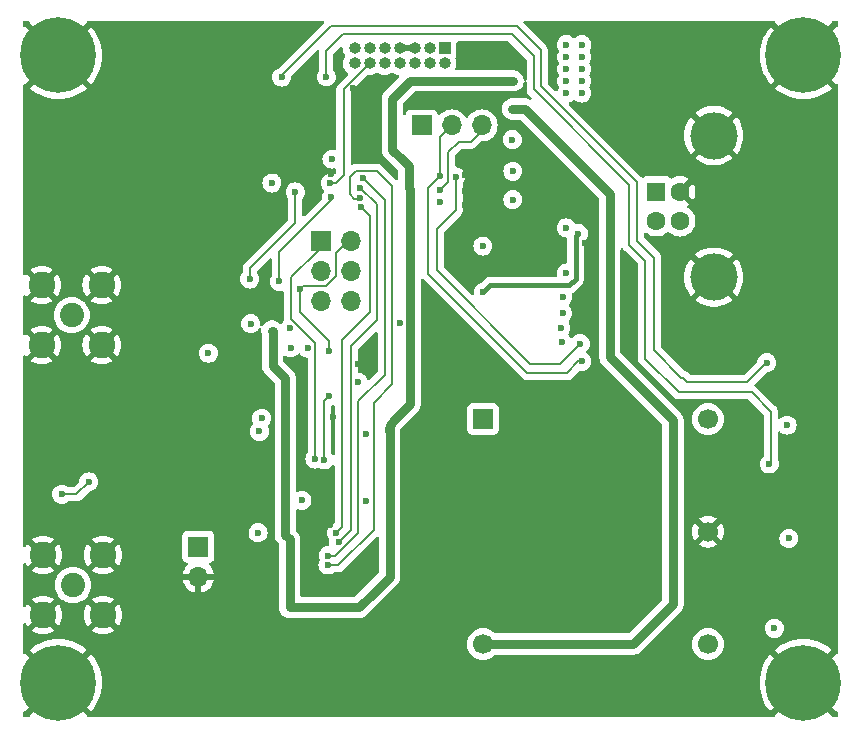
<source format=gbr>
%TF.GenerationSoftware,KiCad,Pcbnew,8.0.0*%
%TF.CreationDate,2024-06-03T00:37:32+08:00*%
%TF.ProjectId,CattusGPSDOv1,43617474-7573-4475-9053-444f76312e6b,rev?*%
%TF.SameCoordinates,Original*%
%TF.FileFunction,Copper,L4,Bot*%
%TF.FilePolarity,Positive*%
%FSLAX46Y46*%
G04 Gerber Fmt 4.6, Leading zero omitted, Abs format (unit mm)*
G04 Created by KiCad (PCBNEW 8.0.0) date 2024-06-03 00:37:32*
%MOMM*%
%LPD*%
G01*
G04 APERTURE LIST*
%TA.AperFunction,ComponentPad*%
%ADD10R,1.700000X1.700000*%
%TD*%
%TA.AperFunction,ComponentPad*%
%ADD11O,1.700000X1.700000*%
%TD*%
%TA.AperFunction,ComponentPad*%
%ADD12R,1.600000X1.600000*%
%TD*%
%TA.AperFunction,ComponentPad*%
%ADD13C,1.600000*%
%TD*%
%TA.AperFunction,ComponentPad*%
%ADD14C,4.000000*%
%TD*%
%TA.AperFunction,ComponentPad*%
%ADD15C,2.050000*%
%TD*%
%TA.AperFunction,ComponentPad*%
%ADD16C,2.250000*%
%TD*%
%TA.AperFunction,ComponentPad*%
%ADD17C,0.800000*%
%TD*%
%TA.AperFunction,ComponentPad*%
%ADD18C,6.400000*%
%TD*%
%TA.AperFunction,ComponentPad*%
%ADD19C,1.700000*%
%TD*%
%TA.AperFunction,ComponentPad*%
%ADD20R,1.000000X1.000000*%
%TD*%
%TA.AperFunction,ComponentPad*%
%ADD21O,1.000000X1.000000*%
%TD*%
%TA.AperFunction,ViaPad*%
%ADD22C,0.600000*%
%TD*%
%TA.AperFunction,Conductor*%
%ADD23C,0.800000*%
%TD*%
%TA.AperFunction,Conductor*%
%ADD24C,0.200000*%
%TD*%
%TA.AperFunction,Conductor*%
%ADD25C,0.400000*%
%TD*%
G04 APERTURE END LIST*
D10*
%TO.P,J5,1,Pin_1*%
%TO.N,/GNSS_RX*%
X139885000Y-87525000D03*
D11*
%TO.P,J5,2,Pin_2*%
%TO.N,/GNSS_TX*%
X142425000Y-87525000D03*
%TO.P,J5,3,Pin_3*%
%TO.N,/VCP_TRX*%
X139885000Y-90065000D03*
%TO.P,J5,4,Pin_4*%
%TO.N,/VCP_TTX*%
X142425000Y-90065000D03*
%TO.P,J5,5,Pin_5*%
%TO.N,/CONFIG_RX*%
X139885000Y-92605000D03*
%TO.P,J5,6,Pin_6*%
%TO.N,/CONFIG_TX*%
X142425000Y-92605000D03*
%TD*%
D12*
%TO.P,J6,1,VBUS*%
%TO.N,Net-(J6-VBUS)*%
X168312500Y-83370000D03*
D13*
%TO.P,J6,2,D-*%
%TO.N,/UD_N*%
X168312500Y-85870000D03*
%TO.P,J6,3,D+*%
%TO.N,/UD_P*%
X170312500Y-85870000D03*
%TO.P,J6,4,GND*%
%TO.N,GND*%
X170312500Y-83370000D03*
D14*
%TO.P,J6,5,Shield*%
X173172500Y-78620000D03*
X173172500Y-90620000D03*
%TD*%
D15*
%TO.P,J1,1,In*%
%TO.N,Net-(J1-In)*%
X118920000Y-116680000D03*
D16*
%TO.P,J1,2,Ext*%
%TO.N,GND*%
X116380000Y-114140000D03*
X116380000Y-119220000D03*
X121460000Y-114140000D03*
X121460000Y-119220000D03*
%TD*%
D17*
%TO.P,H2,1,1*%
%TO.N,GND*%
X178360000Y-71840000D03*
X179062944Y-70142944D03*
X179062944Y-73537056D03*
X180760000Y-69440000D03*
D18*
X180760000Y-71840000D03*
D17*
X180760000Y-74240000D03*
X182457056Y-70142944D03*
X182457056Y-73537056D03*
X183160000Y-71840000D03*
%TD*%
D15*
%TO.P,J2,1,In*%
%TO.N,Net-(D7-A2)*%
X118810000Y-93830000D03*
D16*
%TO.P,J2,2,Ext*%
%TO.N,GND*%
X116270000Y-91290000D03*
X116270000Y-96370000D03*
X121350000Y-91290000D03*
X121350000Y-96370000D03*
%TD*%
D17*
%TO.P,H4,1,1*%
%TO.N,GND*%
X178352944Y-124942944D03*
X179055888Y-123245888D03*
X179055888Y-126640000D03*
X180752944Y-122542944D03*
D18*
X180752944Y-124942944D03*
D17*
X180752944Y-127342944D03*
X182450000Y-123245888D03*
X182450000Y-126640000D03*
X183152944Y-124942944D03*
%TD*%
D10*
%TO.P,U1,1,Uref*%
%TO.N,unconnected-(U1-Uref-Pad1)*%
X153630000Y-102630000D03*
D19*
%TO.P,U1,2,Us*%
%TO.N,+5V*%
X153630000Y-121680000D03*
%TO.P,U1,3,RF*%
%TO.N,Net-(U1-RF)*%
X172680000Y-121680000D03*
%TO.P,U1,4,GND*%
%TO.N,GND*%
X172680000Y-112155000D03*
%TO.P,U1,5,Uin*%
%TO.N,/OCXO_VC*%
X172680000Y-102630000D03*
%TD*%
D17*
%TO.P,H1,1,1*%
%TO.N,GND*%
X115272944Y-71842944D03*
X115975888Y-70145888D03*
X115975888Y-73540000D03*
X117672944Y-69442944D03*
D18*
X117672944Y-71842944D03*
D17*
X117672944Y-74242944D03*
X119370000Y-70145888D03*
X119370000Y-73540000D03*
X120072944Y-71842944D03*
%TD*%
D10*
%TO.P,J7,1,Pin_1*%
%TO.N,/EEPROM_SDA*%
X148440000Y-77770000D03*
D11*
%TO.P,J7,2,Pin_2*%
%TO.N,/EEPROM_SCL*%
X150980000Y-77770000D03*
%TO.P,J7,3,Pin_3*%
%TO.N,/EEPROM_WC*%
X153520000Y-77770000D03*
%TD*%
D17*
%TO.P,H3,1,1*%
%TO.N,GND*%
X115272944Y-124932944D03*
X115975888Y-123235888D03*
X115975888Y-126630000D03*
X117672944Y-122532944D03*
D18*
X117672944Y-124932944D03*
D17*
X117672944Y-127332944D03*
X119370000Y-123235888D03*
X119370000Y-126630000D03*
X120072944Y-124932944D03*
%TD*%
D10*
%TO.P,J4,1,Pin_1*%
%TO.N,Net-(J4-Pin_1)*%
X129530000Y-113435000D03*
D11*
%TO.P,J4,2,Pin_2*%
%TO.N,GND*%
X129530000Y-115975000D03*
%TD*%
D20*
%TO.P,J3,1,NC*%
%TO.N,unconnected-(J3-NC-Pad1)*%
X150380000Y-71230000D03*
D21*
%TO.P,J3,2,NC*%
%TO.N,unconnected-(J3-NC-Pad2)*%
X150380000Y-72500000D03*
%TO.P,J3,3,VCC*%
%TO.N,+3V3*%
X149110000Y-71230000D03*
%TO.P,J3,4,JTMS/SWDIO*%
%TO.N,/DEBUG_SWDIO*%
X149110000Y-72500000D03*
%TO.P,J3,5,GND*%
%TO.N,GND*%
X147840000Y-71230000D03*
%TO.P,J3,6,JCLK/SWCLK*%
%TO.N,/DEBUG_SWCLK*%
X147840000Y-72500000D03*
%TO.P,J3,7,GND*%
%TO.N,GND*%
X146570000Y-71230000D03*
%TO.P,J3,8,JTDO/SWO*%
%TO.N,unconnected-(J3-JTDO{slash}SWO-Pad8)*%
X146570000Y-72500000D03*
%TO.P,J3,9,JRCLK/NC*%
%TO.N,unconnected-(J3-JRCLK{slash}NC-Pad9)*%
X145300000Y-71230000D03*
%TO.P,J3,10,JTDI/NC*%
%TO.N,unconnected-(J3-JTDI{slash}NC-Pad10)*%
X145300000Y-72500000D03*
%TO.P,J3,11,GNDDetect*%
%TO.N,GND*%
X144030000Y-71230000D03*
%TO.P,J3,12,~{RST}*%
%TO.N,/MCU_RESET*%
X144030000Y-72500000D03*
%TO.P,J3,13,VCP_RX*%
%TO.N,/VCP_TRX*%
X142760000Y-71230000D03*
%TO.P,J3,14,VCP_TX*%
%TO.N,/VCP_TTX*%
X142760000Y-72500000D03*
%TD*%
D22*
%TO.N,GND*%
X131300000Y-97900000D03*
X167850000Y-111190000D03*
X169260000Y-121790000D03*
X143670000Y-115370000D03*
X122190000Y-104200000D03*
X144640000Y-74140000D03*
X153770000Y-90300000D03*
X131100000Y-78360000D03*
X146570000Y-94520000D03*
X134760000Y-78970000D03*
X136860000Y-78510000D03*
X162230000Y-87710000D03*
X168390000Y-77290000D03*
X147870000Y-107850000D03*
X166030000Y-106690000D03*
X143692050Y-114492050D03*
X126360000Y-114330000D03*
X143690000Y-109570000D03*
X170660000Y-96530000D03*
X124650000Y-111670000D03*
X148970000Y-116160000D03*
X172220000Y-106690000D03*
X152130000Y-83280000D03*
X153620000Y-86410000D03*
X122020000Y-88570000D03*
X136050000Y-85990000D03*
X131450000Y-86650000D03*
X147000000Y-104810000D03*
X143700000Y-103910000D03*
X165760000Y-118060000D03*
X129450000Y-92890000D03*
X177710000Y-76190000D03*
X155520000Y-110600000D03*
X161210000Y-113150000D03*
X124330000Y-99490000D03*
X128250000Y-89200000D03*
X126450000Y-91990000D03*
X155610000Y-105820000D03*
X133240000Y-110350000D03*
X134980000Y-90920000D03*
X160930000Y-106550000D03*
X176210000Y-84110000D03*
X154730000Y-71790000D03*
X121540000Y-75180000D03*
X138780000Y-123860000D03*
X140940000Y-102480000D03*
X131770000Y-119390000D03*
X116020000Y-111720000D03*
X134560000Y-117310000D03*
X133050000Y-105900000D03*
X161480000Y-123340000D03*
X124960000Y-76580000D03*
X150400000Y-75410000D03*
X174444343Y-117741680D03*
X121640000Y-111680000D03*
X152120000Y-81980000D03*
X163470000Y-100300000D03*
X138420000Y-74820000D03*
X152130000Y-84540000D03*
X153110000Y-75410000D03*
X140710000Y-111630000D03*
X130900000Y-107750000D03*
X160840000Y-100030000D03*
X131350000Y-74380000D03*
X138510000Y-120470000D03*
X134870000Y-109269412D03*
X118950000Y-100950000D03*
X140780000Y-81860000D03*
X179570000Y-114350000D03*
X134540000Y-115570000D03*
X179260000Y-87570000D03*
X123620000Y-113460000D03*
X142610000Y-74580000D03*
X120230000Y-104200000D03*
X134535000Y-113890000D03*
X148730000Y-114640000D03*
X139960000Y-109430000D03*
X128250000Y-82260000D03*
X133410000Y-71260000D03*
X152330000Y-71770000D03*
X143080000Y-97945000D03*
X131050000Y-104120000D03*
X175260000Y-95620000D03*
X155520000Y-118150000D03*
X118840000Y-111660000D03*
X179760000Y-82200000D03*
X155380000Y-123560000D03*
X152140000Y-80720000D03*
X126920000Y-73990000D03*
X164200000Y-77010000D03*
X140740000Y-78290000D03*
X121300000Y-81550000D03*
X173300000Y-86380000D03*
X165480000Y-92190000D03*
X161430000Y-118560000D03*
X143170000Y-80020000D03*
X126130000Y-96450000D03*
%TO.N,+5V*%
X156120000Y-76380000D03*
X156160000Y-81650000D03*
X156160000Y-84040000D03*
X135770000Y-95170000D03*
X156120000Y-78960000D03*
X145600000Y-103590000D03*
X137260000Y-118570000D03*
X156180000Y-73990000D03*
X143060000Y-99495000D03*
X137289365Y-94927894D03*
%TO.N,+3V3*%
X160320000Y-96080000D03*
X178300000Y-120340000D03*
X135755000Y-82645821D03*
X150030000Y-84230735D03*
X140840000Y-80620000D03*
X134890000Y-102570000D03*
X134585000Y-112250000D03*
X161990000Y-74007500D03*
X160380000Y-93660000D03*
X153620000Y-87980000D03*
X161990000Y-72980000D03*
X160690000Y-72985000D03*
X161990000Y-71952500D03*
X160690000Y-75040000D03*
X160690000Y-90260000D03*
X160380000Y-92310000D03*
X137340000Y-96600000D03*
X160690000Y-70930000D03*
X161990000Y-75035000D03*
X130380000Y-97050000D03*
X160690000Y-86440000D03*
X160690000Y-71957500D03*
X179380000Y-103140000D03*
X179520000Y-112740000D03*
X160220000Y-94910000D03*
X133960000Y-94550000D03*
X138790000Y-96620000D03*
X161990000Y-70925000D03*
X138300000Y-109520000D03*
X160690000Y-74012500D03*
X134702500Y-103672500D03*
%TO.N,/GNSS_TX*%
X140620000Y-96890000D03*
X138170000Y-91590000D03*
%TO.N,/GNSS_RX*%
X139395000Y-106010000D03*
%TO.N,Net-(Q1-D)*%
X120240000Y-107950000D03*
X117960000Y-109000000D03*
%TO.N,Net-(Q3-G)*%
X153660000Y-91890000D03*
X161705000Y-86925000D03*
%TO.N,Net-(U3-TXD)*%
X140600000Y-100670000D03*
X140190735Y-106092521D03*
%TO.N,/MCU_RESET*%
X140707571Y-82656717D03*
%TO.N,/EEPROM_SDA*%
X151320000Y-82120000D03*
X161870000Y-96250000D03*
%TO.N,/EEPROM_WC*%
X150020000Y-83220000D03*
%TO.N,/EEPROM_SCL*%
X162000000Y-97750000D03*
X150000000Y-82050000D03*
%TO.N,Net-(D5-K)*%
X136580000Y-73680000D03*
X177650000Y-97860000D03*
%TO.N,Net-(D6-K)*%
X140370000Y-73660000D03*
X177880000Y-106430000D03*
%TO.N,/ADF_MISO*%
X143229446Y-83905139D03*
X140505350Y-114978825D03*
%TO.N,/5V_SENSE*%
X140800000Y-83850000D03*
X136370000Y-90980000D03*
%TO.N,/3V3_SENSE*%
X133870000Y-90770000D03*
X137740000Y-83390000D03*
%TO.N,/ADF_SCK*%
X141219507Y-112246771D03*
X143320000Y-84700000D03*
%TO.N,/ADF_LE*%
X140527216Y-114179627D03*
X143480000Y-82230000D03*
%TO.N,/ADF_MOSI*%
X141400000Y-113060000D03*
X143236594Y-83050063D03*
%TD*%
D23*
%TO.N,+5V*%
X145720000Y-110540000D02*
X145720000Y-116000000D01*
X135810000Y-95210000D02*
X135770000Y-95170000D01*
X136880000Y-99170000D02*
X135810000Y-98100000D01*
X169710000Y-102740000D02*
X169710000Y-118300000D01*
X147360000Y-83070000D02*
X147470000Y-83180000D01*
X146840000Y-80700000D02*
X147360000Y-81220000D01*
X145960000Y-75520000D02*
X145960000Y-79220000D01*
X146450000Y-75030000D02*
X145960000Y-75520000D01*
X156120000Y-76380000D02*
X157170000Y-76380000D01*
X169710000Y-118300000D02*
X166330000Y-121680000D01*
X156180000Y-73990000D02*
X147490000Y-73990000D01*
X145720000Y-116000000D02*
X144460000Y-117260000D01*
X137260000Y-118570000D02*
X137260000Y-112820000D01*
X147470000Y-83180000D02*
X147470000Y-101340000D01*
X147470000Y-101340000D02*
X146210000Y-102600000D01*
X136880000Y-112440000D02*
X136880000Y-99170000D01*
X164360000Y-83570000D02*
X164360000Y-97390000D01*
X146210000Y-102600000D02*
X145720000Y-103090000D01*
X143150000Y-118570000D02*
X137260000Y-118570000D01*
X145960000Y-79820000D02*
X146840000Y-80700000D01*
X144460000Y-117260000D02*
X143150000Y-118570000D01*
X147360000Y-81220000D02*
X147360000Y-83070000D01*
X157170000Y-76380000D02*
X164360000Y-83570000D01*
X137260000Y-112820000D02*
X136880000Y-112440000D01*
X147490000Y-73990000D02*
X146450000Y-75030000D01*
X135810000Y-98100000D02*
X135810000Y-95210000D01*
X164360000Y-97390000D02*
X169710000Y-102740000D01*
X145720000Y-103090000D02*
X145720000Y-110540000D01*
X145960000Y-79220000D02*
X145960000Y-79820000D01*
X166330000Y-121680000D02*
X153630000Y-121680000D01*
D24*
%TO.N,/GNSS_TX*%
X141190000Y-88550000D02*
X142160000Y-87580000D01*
X140340019Y-91329981D02*
X141190000Y-90480000D01*
X141190000Y-90480000D02*
X141190000Y-88550000D01*
X140620000Y-96010000D02*
X140620000Y-96890000D01*
X138170000Y-91590000D02*
X138170000Y-93560000D01*
X138170000Y-93560000D02*
X140620000Y-96010000D01*
X138430019Y-91329981D02*
X140340019Y-91329981D01*
X138170000Y-91590000D02*
X138430019Y-91329981D01*
%TO.N,/GNSS_RX*%
X137370000Y-94160000D02*
X137370000Y-90620000D01*
X137370000Y-90620000D02*
X139620000Y-88370000D01*
X139620000Y-88370000D02*
X139620000Y-87580000D01*
X139390000Y-106005000D02*
X139390000Y-96180000D01*
X139395000Y-106010000D02*
X139390000Y-106005000D01*
X139390000Y-96180000D02*
X137370000Y-94160000D01*
%TO.N,Net-(Q1-D)*%
X117960000Y-109000000D02*
X119190000Y-109000000D01*
X119190000Y-109000000D02*
X120240000Y-107950000D01*
D25*
%TO.N,Net-(Q3-G)*%
X161705000Y-86925000D02*
X161470000Y-87160000D01*
X160910000Y-91300000D02*
X154250000Y-91300000D01*
X154250000Y-91300000D02*
X153660000Y-91890000D01*
X161470000Y-90740000D02*
X160910000Y-91300000D01*
X161470000Y-87160000D02*
X161470000Y-90740000D01*
D24*
%TO.N,Net-(U3-TXD)*%
X140190735Y-106092521D02*
X140190735Y-101079265D01*
X140190735Y-101079265D02*
X140600000Y-100670000D01*
%TO.N,/MCU_RESET*%
X141820000Y-81990000D02*
X141153283Y-82656717D01*
X141820000Y-74710000D02*
X141820000Y-81990000D01*
X141153283Y-82656717D02*
X140707571Y-82656717D01*
X144030000Y-72500000D02*
X141820000Y-74710000D01*
%TO.N,/EEPROM_SDA*%
X149750000Y-90040000D02*
X149750000Y-86510000D01*
X161870000Y-96250000D02*
X160180000Y-97940000D01*
X157650000Y-97940000D02*
X149750000Y-90040000D01*
X149750000Y-86510000D02*
X151320000Y-84940000D01*
X151320000Y-84940000D02*
X151320000Y-82120000D01*
X160180000Y-97940000D02*
X157650000Y-97940000D01*
%TO.N,/EEPROM_WC*%
X151560000Y-79140000D02*
X152580000Y-79140000D01*
X150700000Y-82540000D02*
X150700000Y-80000000D01*
X150700000Y-80000000D02*
X151560000Y-79140000D01*
X152580000Y-79140000D02*
X153520000Y-78200000D01*
X150020000Y-83220000D02*
X150700000Y-82540000D01*
X153520000Y-78200000D02*
X153520000Y-77770000D01*
%TO.N,/EEPROM_SCL*%
X157380000Y-98720000D02*
X148980000Y-90320000D01*
X162000000Y-97750000D02*
X161710000Y-97750000D01*
X150000000Y-82050000D02*
X150000000Y-78750000D01*
X160740000Y-98720000D02*
X157380000Y-98720000D01*
X148980000Y-83070000D02*
X150000000Y-82050000D01*
X161710000Y-97750000D02*
X160740000Y-98720000D01*
X148980000Y-90320000D02*
X148980000Y-83070000D01*
X150000000Y-78750000D02*
X150980000Y-77770000D01*
%TO.N,Net-(D5-K)*%
X136580000Y-73680000D02*
X136580000Y-73530000D01*
X156490000Y-69380000D02*
X158520000Y-71410000D01*
X168130000Y-88990000D02*
X168130000Y-96820000D01*
X158520000Y-71410000D02*
X158520000Y-74450000D01*
X177590000Y-97860000D02*
X177650000Y-97860000D01*
X168130000Y-96820000D02*
X170420000Y-99110000D01*
X136580000Y-73530000D02*
X140730000Y-69380000D01*
X170560000Y-99110000D02*
X170910000Y-99460000D01*
X158520000Y-74450000D02*
X166660000Y-82590000D01*
X166660000Y-82590000D02*
X166660000Y-87520000D01*
X170910000Y-99460000D02*
X175990000Y-99460000D01*
X170420000Y-99110000D02*
X170560000Y-99110000D01*
X166660000Y-87520000D02*
X168130000Y-88990000D01*
X140730000Y-69380000D02*
X156490000Y-69380000D01*
X175990000Y-99460000D02*
X177590000Y-97860000D01*
%TO.N,Net-(D6-K)*%
X140370000Y-73660000D02*
X140370000Y-71440000D01*
X141750000Y-70060000D02*
X156050000Y-70060000D01*
X156050000Y-70060000D02*
X157920000Y-71930000D01*
X157920000Y-74720000D02*
X165990000Y-82790000D01*
X140370000Y-71440000D02*
X141750000Y-70060000D01*
X176370000Y-100370000D02*
X178000000Y-102000000D01*
X167350000Y-97510000D02*
X170210000Y-100370000D01*
X178000000Y-102000000D02*
X178000000Y-106310000D01*
X167350000Y-89240000D02*
X167350000Y-97510000D01*
X178000000Y-106310000D02*
X177880000Y-106430000D01*
X165990000Y-82790000D02*
X165990000Y-87880000D01*
X170210000Y-100370000D02*
X176370000Y-100370000D01*
X157920000Y-71930000D02*
X157920000Y-74720000D01*
X165990000Y-87880000D02*
X167350000Y-89240000D01*
%TO.N,/ADF_MISO*%
X145940000Y-82890000D02*
X144660000Y-81610000D01*
X144660000Y-81610000D02*
X142900000Y-81610000D01*
X140505350Y-114978825D02*
X141391175Y-114978825D01*
X142360000Y-82150000D02*
X142360000Y-83610000D01*
X143174585Y-83960000D02*
X143229446Y-83905139D01*
X144370000Y-101250000D02*
X145940000Y-99680000D01*
X142900000Y-81610000D02*
X142360000Y-82150000D01*
X142710000Y-83960000D02*
X143174585Y-83960000D01*
X144370000Y-112000000D02*
X144370000Y-101250000D01*
X141391175Y-114978825D02*
X144370000Y-112000000D01*
X142360000Y-83610000D02*
X142710000Y-83960000D01*
X145940000Y-99680000D02*
X145940000Y-82890000D01*
%TO.N,/5V_SENSE*%
X138970000Y-85870000D02*
X140800000Y-84040000D01*
X136370000Y-88470000D02*
X138970000Y-85870000D01*
X136370000Y-90980000D02*
X136370000Y-88470000D01*
X140800000Y-84040000D02*
X140800000Y-83850000D01*
%TO.N,/3V3_SENSE*%
X137740000Y-86010000D02*
X137740000Y-83390000D01*
X133870000Y-90770000D02*
X133870000Y-89880000D01*
X133870000Y-89880000D02*
X137740000Y-86010000D01*
%TO.N,/ADF_SCK*%
X144060000Y-85440000D02*
X143320000Y-84700000D01*
X141690000Y-111776278D02*
X141690000Y-95970000D01*
X141219507Y-112246771D02*
X141690000Y-111776278D01*
X144060000Y-93600000D02*
X144060000Y-85440000D01*
X141690000Y-95970000D02*
X144060000Y-93600000D01*
%TO.N,/ADF_LE*%
X145300000Y-98870000D02*
X145300000Y-84050000D01*
X140527216Y-114179627D02*
X141128902Y-114179627D01*
X145300000Y-84050000D02*
X143480000Y-82230000D01*
X143070000Y-112238529D02*
X143070000Y-101100000D01*
X143070000Y-101100000D02*
X145300000Y-98870000D01*
X141128902Y-114179627D02*
X143070000Y-112238529D01*
%TO.N,/ADF_MOSI*%
X144620000Y-94270000D02*
X144620000Y-84433469D01*
X141400000Y-113060000D02*
X142440000Y-112020000D01*
X144620000Y-84433469D02*
X143236594Y-83050063D01*
X142440000Y-96450000D02*
X144620000Y-94270000D01*
X142440000Y-112020000D02*
X142440000Y-96450000D01*
%TD*%
%TA.AperFunction,Conductor*%
%TO.N,GND*%
G36*
X116452532Y-125975274D02*
G01*
X116630614Y-126153356D01*
X116732244Y-126227195D01*
X115237592Y-127721847D01*
X115239540Y-127759012D01*
X115223390Y-127826989D01*
X115173053Y-127875445D01*
X115115710Y-127889500D01*
X114814500Y-127889500D01*
X114747461Y-127869815D01*
X114701706Y-127817011D01*
X114690500Y-127765500D01*
X114690500Y-127479458D01*
X114710185Y-127412419D01*
X114762989Y-127366664D01*
X114832147Y-127356720D01*
X114854049Y-127366722D01*
X114884040Y-127368294D01*
X116378692Y-125873642D01*
X116452532Y-125975274D01*
G37*
%TD.AperFunction*%
%TA.AperFunction,Conductor*%
G36*
X140137941Y-68910185D02*
G01*
X140183696Y-68962989D01*
X140193640Y-69032147D01*
X140164615Y-69095703D01*
X140158583Y-69102181D01*
X136367514Y-72893249D01*
X136320789Y-72922609D01*
X136230476Y-72954211D01*
X136230475Y-72954212D01*
X136077737Y-73050184D01*
X135950184Y-73177737D01*
X135854211Y-73330476D01*
X135794631Y-73500745D01*
X135794630Y-73500750D01*
X135774435Y-73679996D01*
X135774435Y-73680003D01*
X135794630Y-73859249D01*
X135794631Y-73859254D01*
X135854211Y-74029523D01*
X135914265Y-74125098D01*
X135950184Y-74182262D01*
X136077738Y-74309816D01*
X136097796Y-74322419D01*
X136198646Y-74385788D01*
X136230478Y-74405789D01*
X136343591Y-74445369D01*
X136400745Y-74465368D01*
X136400750Y-74465369D01*
X136579996Y-74485565D01*
X136580000Y-74485565D01*
X136580004Y-74485565D01*
X136759249Y-74465369D01*
X136759252Y-74465368D01*
X136759255Y-74465368D01*
X136929522Y-74405789D01*
X137082262Y-74309816D01*
X137209816Y-74182262D01*
X137305789Y-74029522D01*
X137365368Y-73859255D01*
X137367622Y-73839255D01*
X137385565Y-73680002D01*
X137385565Y-73680000D01*
X137383647Y-73662978D01*
X137381483Y-73643776D01*
X137393536Y-73574956D01*
X137417019Y-73542214D01*
X139557819Y-71401415D01*
X139619141Y-71367931D01*
X139688833Y-71372915D01*
X139744766Y-71414787D01*
X139769183Y-71480251D01*
X139769499Y-71489097D01*
X139769499Y-71529046D01*
X139769500Y-71529059D01*
X139769500Y-73077587D01*
X139749815Y-73144626D01*
X139742450Y-73154896D01*
X139740186Y-73157734D01*
X139644211Y-73310476D01*
X139584631Y-73480745D01*
X139584630Y-73480750D01*
X139564435Y-73659996D01*
X139564435Y-73660003D01*
X139584630Y-73839249D01*
X139584631Y-73839254D01*
X139644211Y-74009523D01*
X139708576Y-74111959D01*
X139740184Y-74162262D01*
X139867738Y-74289816D01*
X140020478Y-74385789D01*
X140190745Y-74445368D01*
X140190750Y-74445369D01*
X140369996Y-74465565D01*
X140370000Y-74465565D01*
X140370004Y-74465565D01*
X140549249Y-74445369D01*
X140549252Y-74445368D01*
X140549255Y-74445368D01*
X140719522Y-74385789D01*
X140872262Y-74289816D01*
X140999816Y-74162262D01*
X141095789Y-74009522D01*
X141155368Y-73839255D01*
X141167978Y-73727341D01*
X141175565Y-73660003D01*
X141175565Y-73659996D01*
X141155369Y-73480750D01*
X141155368Y-73480745D01*
X141138584Y-73432778D01*
X141095789Y-73310478D01*
X140999816Y-73157738D01*
X140999814Y-73157736D01*
X140999813Y-73157734D01*
X140997550Y-73154896D01*
X140996659Y-73152715D01*
X140996111Y-73151842D01*
X140996264Y-73151745D01*
X140971144Y-73090209D01*
X140970500Y-73077587D01*
X140970500Y-71740097D01*
X140990185Y-71673058D01*
X141006819Y-71652416D01*
X141261596Y-71397639D01*
X141545161Y-71114073D01*
X141606482Y-71080590D01*
X141676173Y-71085574D01*
X141732107Y-71127445D01*
X141756524Y-71192910D01*
X141756243Y-71213906D01*
X141754659Y-71229994D01*
X141754659Y-71229999D01*
X141773975Y-71426129D01*
X141782039Y-71452712D01*
X141812226Y-71552226D01*
X141831188Y-71614733D01*
X141924086Y-71788532D01*
X141927473Y-71793601D01*
X141925836Y-71794694D01*
X141949596Y-71850663D01*
X141937795Y-71919529D01*
X141927109Y-71936156D01*
X141927473Y-71936399D01*
X141924086Y-71941467D01*
X141831188Y-72115266D01*
X141773975Y-72303870D01*
X141754659Y-72500000D01*
X141773975Y-72696129D01*
X141773976Y-72696132D01*
X141807228Y-72805750D01*
X141831188Y-72884733D01*
X141924086Y-73058532D01*
X141924090Y-73058539D01*
X142049116Y-73210883D01*
X142124142Y-73272454D01*
X142174462Y-73313752D01*
X142213796Y-73371496D01*
X142215667Y-73441341D01*
X142183478Y-73497285D01*
X141451286Y-74229478D01*
X141339481Y-74341282D01*
X141339479Y-74341285D01*
X141327507Y-74362022D01*
X141299701Y-74410184D01*
X141260423Y-74478215D01*
X141219499Y-74630943D01*
X141219499Y-74630945D01*
X141219499Y-74799046D01*
X141219500Y-74799059D01*
X141219500Y-79729938D01*
X141199815Y-79796977D01*
X141147011Y-79842732D01*
X141077853Y-79852676D01*
X141054547Y-79846980D01*
X141019260Y-79834633D01*
X141019249Y-79834630D01*
X140840004Y-79814435D01*
X140839996Y-79814435D01*
X140660750Y-79834630D01*
X140660745Y-79834631D01*
X140490476Y-79894211D01*
X140337737Y-79990184D01*
X140210184Y-80117737D01*
X140114211Y-80270476D01*
X140054631Y-80440745D01*
X140054630Y-80440750D01*
X140034435Y-80619996D01*
X140034435Y-80620003D01*
X140054630Y-80799249D01*
X140054631Y-80799254D01*
X140114211Y-80969523D01*
X140197784Y-81102527D01*
X140210184Y-81122262D01*
X140337738Y-81249816D01*
X140376284Y-81274036D01*
X140472721Y-81334632D01*
X140490478Y-81345789D01*
X140628860Y-81394211D01*
X140660745Y-81405368D01*
X140660750Y-81405369D01*
X140839996Y-81425565D01*
X140840000Y-81425565D01*
X140840004Y-81425565D01*
X141019249Y-81405369D01*
X141019252Y-81405368D01*
X141019255Y-81405368D01*
X141019256Y-81405367D01*
X141019259Y-81405367D01*
X141054544Y-81393020D01*
X141124323Y-81389457D01*
X141184951Y-81424186D01*
X141217178Y-81486179D01*
X141219500Y-81510061D01*
X141219500Y-81689902D01*
X141199815Y-81756941D01*
X141183181Y-81777583D01*
X141091996Y-81868768D01*
X141030673Y-81902253D01*
X140963361Y-81898129D01*
X140886823Y-81871348D01*
X140707575Y-81851152D01*
X140707567Y-81851152D01*
X140528321Y-81871347D01*
X140528316Y-81871348D01*
X140358047Y-81930928D01*
X140205308Y-82026901D01*
X140077755Y-82154454D01*
X139981782Y-82307193D01*
X139922202Y-82477462D01*
X139922201Y-82477467D01*
X139902006Y-82656713D01*
X139902006Y-82656720D01*
X139922201Y-82835966D01*
X139922202Y-82835971D01*
X139981782Y-83006240D01*
X140027088Y-83078343D01*
X140077755Y-83158979D01*
X140129521Y-83210745D01*
X140137432Y-83218656D01*
X140170916Y-83279980D01*
X140165931Y-83349671D01*
X140154744Y-83372309D01*
X140074211Y-83500476D01*
X140014631Y-83670745D01*
X140014630Y-83670750D01*
X139994435Y-83849996D01*
X139994435Y-83850003D01*
X140002566Y-83922172D01*
X139990511Y-83990994D01*
X139967027Y-84023736D01*
X138601284Y-85389481D01*
X138552181Y-85438584D01*
X138490858Y-85472069D01*
X138421166Y-85467085D01*
X138365233Y-85425213D01*
X138340816Y-85359749D01*
X138340500Y-85350903D01*
X138340500Y-83972412D01*
X138360185Y-83905373D01*
X138367555Y-83895097D01*
X138369810Y-83892267D01*
X138369816Y-83892262D01*
X138465789Y-83739522D01*
X138525368Y-83569255D01*
X138528919Y-83537738D01*
X138545565Y-83390003D01*
X138545565Y-83389996D01*
X138525369Y-83210750D01*
X138525368Y-83210745D01*
X138503442Y-83148083D01*
X138465789Y-83040478D01*
X138369816Y-82887738D01*
X138242262Y-82760184D01*
X138213655Y-82742209D01*
X138089523Y-82664211D01*
X137919254Y-82604631D01*
X137919249Y-82604630D01*
X137740004Y-82584435D01*
X137739996Y-82584435D01*
X137560750Y-82604630D01*
X137560745Y-82604631D01*
X137390476Y-82664211D01*
X137237737Y-82760184D01*
X137110184Y-82887737D01*
X137014211Y-83040476D01*
X136954631Y-83210745D01*
X136954630Y-83210750D01*
X136934435Y-83389996D01*
X136934435Y-83390003D01*
X136954630Y-83569249D01*
X136954631Y-83569254D01*
X137014211Y-83739523D01*
X137074515Y-83835496D01*
X137106927Y-83887079D01*
X137110185Y-83892263D01*
X137112445Y-83895097D01*
X137113334Y-83897275D01*
X137113889Y-83898158D01*
X137113734Y-83898255D01*
X137138855Y-83959783D01*
X137139500Y-83972412D01*
X137139500Y-85709902D01*
X137119815Y-85776941D01*
X137103181Y-85797583D01*
X133389481Y-89511282D01*
X133389477Y-89511287D01*
X133343407Y-89591085D01*
X133343406Y-89591084D01*
X133310424Y-89648211D01*
X133310423Y-89648215D01*
X133269499Y-89800943D01*
X133269499Y-89800945D01*
X133269499Y-89969046D01*
X133269500Y-89969059D01*
X133269500Y-90187587D01*
X133249815Y-90254626D01*
X133242450Y-90264896D01*
X133240186Y-90267734D01*
X133144211Y-90420476D01*
X133084631Y-90590745D01*
X133084630Y-90590750D01*
X133064435Y-90769996D01*
X133064435Y-90770003D01*
X133084630Y-90949249D01*
X133084631Y-90949254D01*
X133144211Y-91119523D01*
X133215781Y-91233425D01*
X133240184Y-91272262D01*
X133367738Y-91399816D01*
X133520478Y-91495789D01*
X133524428Y-91497171D01*
X133690745Y-91555368D01*
X133690750Y-91555369D01*
X133869996Y-91575565D01*
X133870000Y-91575565D01*
X133870004Y-91575565D01*
X134049249Y-91555369D01*
X134049252Y-91555368D01*
X134049255Y-91555368D01*
X134219522Y-91495789D01*
X134372262Y-91399816D01*
X134499816Y-91272262D01*
X134595789Y-91119522D01*
X134655368Y-90949255D01*
X134656366Y-90940396D01*
X134675565Y-90770003D01*
X134675565Y-90769996D01*
X134655369Y-90590750D01*
X134655368Y-90590745D01*
X134633935Y-90529493D01*
X134595789Y-90420478D01*
X134591223Y-90413212D01*
X134554808Y-90355257D01*
X134499816Y-90267738D01*
X134499814Y-90267736D01*
X134499813Y-90267734D01*
X134497550Y-90264896D01*
X134496659Y-90262715D01*
X134496111Y-90261842D01*
X134496264Y-90261745D01*
X134471144Y-90200209D01*
X134470500Y-90187587D01*
X134470500Y-90180097D01*
X134490185Y-90113058D01*
X134506819Y-90092416D01*
X135557819Y-89041416D01*
X135619142Y-89007931D01*
X135688834Y-89012915D01*
X135744767Y-89054787D01*
X135769184Y-89120251D01*
X135769500Y-89129097D01*
X135769500Y-90397587D01*
X135749815Y-90464626D01*
X135742450Y-90474896D01*
X135740186Y-90477734D01*
X135644211Y-90630476D01*
X135584631Y-90800745D01*
X135584630Y-90800750D01*
X135564435Y-90979996D01*
X135564435Y-90980003D01*
X135584630Y-91159249D01*
X135584631Y-91159254D01*
X135644211Y-91329523D01*
X135700971Y-91419855D01*
X135740184Y-91482262D01*
X135867738Y-91609816D01*
X136020478Y-91705789D01*
X136190742Y-91765367D01*
X136190745Y-91765368D01*
X136190750Y-91765369D01*
X136369996Y-91785565D01*
X136370000Y-91785565D01*
X136370004Y-91785565D01*
X136549249Y-91765369D01*
X136549250Y-91765368D01*
X136549255Y-91765368D01*
X136604545Y-91746020D01*
X136674322Y-91742458D01*
X136734950Y-91777186D01*
X136767178Y-91839179D01*
X136769500Y-91863062D01*
X136769500Y-94073330D01*
X136769499Y-94073348D01*
X136769499Y-94239059D01*
X136770432Y-94246151D01*
X136759660Y-94315185D01*
X136735173Y-94350005D01*
X136659552Y-94425627D01*
X136603196Y-94515315D01*
X136550861Y-94561605D01*
X136481807Y-94572252D01*
X136417959Y-94543876D01*
X136410522Y-94537022D01*
X136344035Y-94470535D01*
X136196545Y-94371986D01*
X136032666Y-94304105D01*
X136032658Y-94304103D01*
X135858696Y-94269500D01*
X135858692Y-94269500D01*
X135681308Y-94269500D01*
X135681303Y-94269500D01*
X135507341Y-94304103D01*
X135507333Y-94304105D01*
X135343451Y-94371988D01*
X135195965Y-94470534D01*
X135195958Y-94470540D01*
X135070540Y-94595958D01*
X135070534Y-94595965D01*
X134980924Y-94730078D01*
X134927312Y-94774884D01*
X134857987Y-94783591D01*
X134794960Y-94753437D01*
X134758240Y-94693994D01*
X134754602Y-94647305D01*
X134765565Y-94550003D01*
X134765565Y-94549996D01*
X134745369Y-94370750D01*
X134745368Y-94370745D01*
X134721615Y-94302863D01*
X134685789Y-94200478D01*
X134589816Y-94047738D01*
X134462262Y-93920184D01*
X134396561Y-93878901D01*
X134309523Y-93824211D01*
X134139254Y-93764631D01*
X134139249Y-93764630D01*
X133960004Y-93744435D01*
X133959996Y-93744435D01*
X133780750Y-93764630D01*
X133780745Y-93764631D01*
X133610476Y-93824211D01*
X133457737Y-93920184D01*
X133330184Y-94047737D01*
X133234211Y-94200476D01*
X133174631Y-94370745D01*
X133174630Y-94370750D01*
X133154435Y-94549996D01*
X133154435Y-94550003D01*
X133174630Y-94729249D01*
X133174631Y-94729254D01*
X133234211Y-94899523D01*
X133270316Y-94956983D01*
X133330184Y-95052262D01*
X133457738Y-95179816D01*
X133479411Y-95193434D01*
X133583274Y-95258696D01*
X133610478Y-95275789D01*
X133780745Y-95335368D01*
X133780750Y-95335369D01*
X133959996Y-95355565D01*
X133960000Y-95355565D01*
X133960004Y-95355565D01*
X134139249Y-95335369D01*
X134139252Y-95335368D01*
X134139255Y-95335368D01*
X134309522Y-95275789D01*
X134462262Y-95179816D01*
X134589816Y-95052262D01*
X134649684Y-94956981D01*
X134702017Y-94910692D01*
X134771071Y-94900043D01*
X134834919Y-94928418D01*
X134873291Y-94986808D01*
X134876295Y-95047144D01*
X134869500Y-95081307D01*
X134869500Y-95258696D01*
X134904103Y-95432661D01*
X134904159Y-95432844D01*
X134904214Y-95433221D01*
X134905293Y-95438641D01*
X134905026Y-95438693D01*
X134909500Y-95468844D01*
X134909500Y-98188696D01*
X134944103Y-98362658D01*
X134944105Y-98362666D01*
X134978046Y-98444606D01*
X134978046Y-98444607D01*
X135011984Y-98526542D01*
X135011988Y-98526549D01*
X135051571Y-98585790D01*
X135051572Y-98585790D01*
X135110537Y-98674038D01*
X135110540Y-98674041D01*
X135943181Y-99506680D01*
X135976666Y-99568003D01*
X135979500Y-99594361D01*
X135979500Y-112528696D01*
X136014103Y-112702658D01*
X136014105Y-112702666D01*
X136048046Y-112784606D01*
X136048046Y-112784607D01*
X136081984Y-112866542D01*
X136081985Y-112866544D01*
X136104674Y-112900500D01*
X136104674Y-112900501D01*
X136180532Y-113014031D01*
X136180534Y-113014034D01*
X136180535Y-113014035D01*
X136180536Y-113014036D01*
X136323182Y-113156682D01*
X136356666Y-113218003D01*
X136359500Y-113244362D01*
X136359500Y-118658695D01*
X136394103Y-118832658D01*
X136394106Y-118832667D01*
X136461983Y-118996540D01*
X136461990Y-118996553D01*
X136560535Y-119144034D01*
X136560538Y-119144038D01*
X136685961Y-119269461D01*
X136685965Y-119269464D01*
X136833446Y-119368009D01*
X136833459Y-119368016D01*
X136956363Y-119418923D01*
X136997334Y-119435894D01*
X136997336Y-119435894D01*
X136997341Y-119435896D01*
X137171304Y-119470499D01*
X137171307Y-119470500D01*
X137171309Y-119470500D01*
X143238693Y-119470500D01*
X143238694Y-119470499D01*
X143412666Y-119435895D01*
X143494606Y-119401953D01*
X143576547Y-119368013D01*
X143684637Y-119295789D01*
X143724036Y-119269464D01*
X145023826Y-117969671D01*
X145023831Y-117969668D01*
X145034034Y-117959464D01*
X145034036Y-117959464D01*
X146419464Y-116574036D01*
X146458936Y-116514959D01*
X146518013Y-116426547D01*
X146551953Y-116344606D01*
X146585895Y-116262666D01*
X146620500Y-116088692D01*
X146620500Y-115911308D01*
X146620500Y-110451309D01*
X146620500Y-103527870D01*
X152279500Y-103527870D01*
X152279501Y-103527876D01*
X152285908Y-103587483D01*
X152336202Y-103722328D01*
X152336206Y-103722335D01*
X152422452Y-103837544D01*
X152422455Y-103837547D01*
X152537664Y-103923793D01*
X152537671Y-103923797D01*
X152672517Y-103974091D01*
X152672516Y-103974091D01*
X152679444Y-103974835D01*
X152732127Y-103980500D01*
X154527872Y-103980499D01*
X154587483Y-103974091D01*
X154722331Y-103923796D01*
X154837546Y-103837546D01*
X154923796Y-103722331D01*
X154974091Y-103587483D01*
X154980500Y-103527873D01*
X154980499Y-101732128D01*
X154974091Y-101672517D01*
X154958712Y-101631285D01*
X154923797Y-101537671D01*
X154923793Y-101537664D01*
X154837547Y-101422455D01*
X154837544Y-101422452D01*
X154722335Y-101336206D01*
X154722328Y-101336202D01*
X154587482Y-101285908D01*
X154587483Y-101285908D01*
X154527883Y-101279501D01*
X154527881Y-101279500D01*
X154527873Y-101279500D01*
X154527864Y-101279500D01*
X152732129Y-101279500D01*
X152732123Y-101279501D01*
X152672516Y-101285908D01*
X152537671Y-101336202D01*
X152537664Y-101336206D01*
X152422455Y-101422452D01*
X152422452Y-101422455D01*
X152336206Y-101537664D01*
X152336202Y-101537671D01*
X152285908Y-101672517D01*
X152279501Y-101732116D01*
X152279501Y-101732123D01*
X152279500Y-101732135D01*
X152279500Y-103527870D01*
X146620500Y-103527870D01*
X146620500Y-103514361D01*
X146640185Y-103447322D01*
X146656814Y-103426684D01*
X146773826Y-103309671D01*
X146773830Y-103309669D01*
X146784034Y-103299464D01*
X146784036Y-103299464D01*
X148169464Y-101914036D01*
X148216119Y-101844212D01*
X148239261Y-101809578D01*
X148239262Y-101809576D01*
X148255929Y-101784632D01*
X148268013Y-101766547D01*
X148301953Y-101684606D01*
X148335895Y-101602666D01*
X148370500Y-101428692D01*
X148370500Y-101251308D01*
X148370500Y-90859098D01*
X148390185Y-90792059D01*
X148442989Y-90746304D01*
X148512147Y-90736360D01*
X148575703Y-90765385D01*
X148582181Y-90771417D01*
X148618349Y-90807585D01*
X148618355Y-90807590D01*
X156895139Y-99084374D01*
X156895149Y-99084385D01*
X156899479Y-99088715D01*
X156899480Y-99088716D01*
X157011284Y-99200520D01*
X157077442Y-99238716D01*
X157148215Y-99279577D01*
X157300943Y-99320501D01*
X157300946Y-99320501D01*
X157466653Y-99320501D01*
X157466669Y-99320500D01*
X160653331Y-99320500D01*
X160653347Y-99320501D01*
X160660943Y-99320501D01*
X160819054Y-99320501D01*
X160819057Y-99320501D01*
X160971785Y-99279577D01*
X161042558Y-99238716D01*
X161108716Y-99200520D01*
X161220520Y-99088716D01*
X161220520Y-99088714D01*
X161230724Y-99078511D01*
X161230728Y-99078506D01*
X161736389Y-98572844D01*
X161797710Y-98539361D01*
X161837952Y-98537307D01*
X161999997Y-98555565D01*
X162000000Y-98555565D01*
X162000004Y-98555565D01*
X162179249Y-98535369D01*
X162179252Y-98535368D01*
X162179255Y-98535368D01*
X162349522Y-98475789D01*
X162502262Y-98379816D01*
X162629816Y-98252262D01*
X162725789Y-98099522D01*
X162785368Y-97929255D01*
X162786383Y-97920247D01*
X162805565Y-97750003D01*
X162805565Y-97749996D01*
X162785369Y-97570750D01*
X162785368Y-97570745D01*
X162781340Y-97559235D01*
X162725789Y-97400478D01*
X162725188Y-97399522D01*
X162675105Y-97319815D01*
X162629816Y-97247738D01*
X162502262Y-97120184D01*
X162406467Y-97059992D01*
X162360177Y-97007658D01*
X162349529Y-96938605D01*
X162377904Y-96874756D01*
X162384735Y-96867342D01*
X162499816Y-96752262D01*
X162595789Y-96599522D01*
X162655368Y-96429255D01*
X162656390Y-96420184D01*
X162675565Y-96250003D01*
X162675565Y-96249996D01*
X162655369Y-96070750D01*
X162655368Y-96070745D01*
X162595788Y-95900476D01*
X162499815Y-95747737D01*
X162372262Y-95620184D01*
X162219523Y-95524211D01*
X162049254Y-95464631D01*
X162049249Y-95464630D01*
X161870004Y-95444435D01*
X161869996Y-95444435D01*
X161690750Y-95464630D01*
X161690745Y-95464631D01*
X161520476Y-95524211D01*
X161367739Y-95620183D01*
X161237411Y-95750511D01*
X161176088Y-95783995D01*
X161106396Y-95779011D01*
X161050463Y-95737139D01*
X161044737Y-95728802D01*
X160949817Y-95577739D01*
X160894474Y-95522396D01*
X160860989Y-95461073D01*
X160865973Y-95391381D01*
X160877161Y-95368743D01*
X160929578Y-95285321D01*
X160945789Y-95259522D01*
X161005368Y-95089255D01*
X161005369Y-95089249D01*
X161025565Y-94910003D01*
X161025565Y-94909996D01*
X161005369Y-94730750D01*
X161005368Y-94730745D01*
X160945788Y-94560475D01*
X160869444Y-94438976D01*
X160850443Y-94371739D01*
X160870810Y-94304904D01*
X160886756Y-94285322D01*
X160933021Y-94239057D01*
X161009816Y-94162262D01*
X161105789Y-94009522D01*
X161165368Y-93839255D01*
X161167063Y-93824211D01*
X161185565Y-93660003D01*
X161185565Y-93659996D01*
X161165369Y-93480750D01*
X161165368Y-93480745D01*
X161122119Y-93357146D01*
X161105789Y-93310478D01*
X161009816Y-93157738D01*
X160924759Y-93072681D01*
X160891274Y-93011358D01*
X160896258Y-92941666D01*
X160924759Y-92897319D01*
X160935538Y-92886540D01*
X161009816Y-92812262D01*
X161105789Y-92659522D01*
X161165368Y-92489255D01*
X161165369Y-92489249D01*
X161185565Y-92310003D01*
X161185565Y-92309996D01*
X161165369Y-92130750D01*
X161165368Y-92130748D01*
X161165368Y-92130745D01*
X161149592Y-92085662D01*
X161146030Y-92015886D01*
X161180759Y-91955258D01*
X161219182Y-91930148D01*
X161241811Y-91920775D01*
X161356543Y-91844114D01*
X162014114Y-91186543D01*
X162090775Y-91071811D01*
X162106019Y-91035010D01*
X162128806Y-90979996D01*
X162143580Y-90944328D01*
X162170500Y-90808994D01*
X162170500Y-90671006D01*
X162170500Y-87642940D01*
X162190185Y-87575901D01*
X162206819Y-87555259D01*
X162207262Y-87554816D01*
X162334816Y-87427262D01*
X162430789Y-87274522D01*
X162490368Y-87104255D01*
X162491215Y-87096738D01*
X162510565Y-86925003D01*
X162510565Y-86924996D01*
X162490369Y-86745750D01*
X162490368Y-86745745D01*
X162430788Y-86575476D01*
X162391582Y-86513080D01*
X162334816Y-86422738D01*
X162207262Y-86295184D01*
X162137098Y-86251097D01*
X162054523Y-86199211D01*
X161884254Y-86139631D01*
X161884249Y-86139630D01*
X161705004Y-86119435D01*
X161704996Y-86119435D01*
X161529325Y-86139227D01*
X161460503Y-86127172D01*
X161410449Y-86081980D01*
X161319816Y-85937738D01*
X161192262Y-85810184D01*
X161114408Y-85761265D01*
X161039523Y-85714211D01*
X160869254Y-85654631D01*
X160869249Y-85654630D01*
X160690004Y-85634435D01*
X160689996Y-85634435D01*
X160510750Y-85654630D01*
X160510745Y-85654631D01*
X160340476Y-85714211D01*
X160187737Y-85810184D01*
X160060184Y-85937737D01*
X159964211Y-86090476D01*
X159904631Y-86260745D01*
X159904630Y-86260750D01*
X159884435Y-86439996D01*
X159884435Y-86440003D01*
X159904630Y-86619249D01*
X159904631Y-86619254D01*
X159964211Y-86789523D01*
X160049339Y-86925003D01*
X160060184Y-86942262D01*
X160187738Y-87069816D01*
X160340478Y-87165789D01*
X160422901Y-87194630D01*
X160510745Y-87225368D01*
X160510749Y-87225369D01*
X160604166Y-87235893D01*
X160659384Y-87242115D01*
X160723797Y-87269181D01*
X160763352Y-87326776D01*
X160769500Y-87365335D01*
X160769500Y-89334664D01*
X160749815Y-89401703D01*
X160697011Y-89447458D01*
X160659383Y-89457884D01*
X160510750Y-89474630D01*
X160510745Y-89474631D01*
X160340476Y-89534211D01*
X160187737Y-89630184D01*
X160060184Y-89757737D01*
X159964211Y-89910476D01*
X159904631Y-90080745D01*
X159904630Y-90080750D01*
X159884435Y-90259996D01*
X159884435Y-90260003D01*
X159904630Y-90439249D01*
X159906182Y-90446047D01*
X159903599Y-90446636D01*
X159906547Y-90504318D01*
X159871821Y-90564947D01*
X159809829Y-90597177D01*
X159785942Y-90599500D01*
X154181004Y-90599500D01*
X154045677Y-90626418D01*
X154045667Y-90626421D01*
X153918192Y-90679222D01*
X153803454Y-90755887D01*
X153460709Y-91098632D01*
X153413984Y-91127992D01*
X153310476Y-91164211D01*
X153310475Y-91164212D01*
X153157737Y-91260184D01*
X153030184Y-91387737D01*
X152934211Y-91540476D01*
X152874631Y-91710745D01*
X152874630Y-91710750D01*
X152854435Y-91889996D01*
X152854435Y-91890004D01*
X152866209Y-91994509D01*
X152854154Y-92063331D01*
X152806805Y-92114710D01*
X152739194Y-92132334D01*
X152672789Y-92110607D01*
X152655308Y-92096073D01*
X150386819Y-89827584D01*
X150353334Y-89766261D01*
X150350500Y-89739903D01*
X150350500Y-87980003D01*
X152814435Y-87980003D01*
X152834630Y-88159249D01*
X152834631Y-88159254D01*
X152894211Y-88329523D01*
X152938744Y-88400396D01*
X152990184Y-88482262D01*
X153117738Y-88609816D01*
X153135991Y-88621285D01*
X153233278Y-88682415D01*
X153270478Y-88705789D01*
X153307476Y-88718735D01*
X153440745Y-88765368D01*
X153440750Y-88765369D01*
X153619996Y-88785565D01*
X153620000Y-88785565D01*
X153620004Y-88785565D01*
X153799249Y-88765369D01*
X153799252Y-88765368D01*
X153799255Y-88765368D01*
X153969522Y-88705789D01*
X154122262Y-88609816D01*
X154249816Y-88482262D01*
X154345789Y-88329522D01*
X154405368Y-88159255D01*
X154425565Y-87980000D01*
X154423205Y-87959057D01*
X154405369Y-87800750D01*
X154405368Y-87800745D01*
X154345789Y-87630478D01*
X154249816Y-87477738D01*
X154122262Y-87350184D01*
X154094801Y-87332929D01*
X153969523Y-87254211D01*
X153799254Y-87194631D01*
X153799249Y-87194630D01*
X153620004Y-87174435D01*
X153619996Y-87174435D01*
X153440750Y-87194630D01*
X153440745Y-87194631D01*
X153270476Y-87254211D01*
X153117737Y-87350184D01*
X152990184Y-87477737D01*
X152894211Y-87630476D01*
X152834631Y-87800745D01*
X152834630Y-87800750D01*
X152814435Y-87979996D01*
X152814435Y-87980003D01*
X150350500Y-87980003D01*
X150350500Y-86810096D01*
X150370185Y-86743057D01*
X150386814Y-86722420D01*
X151678506Y-85430727D01*
X151678511Y-85430724D01*
X151688714Y-85420520D01*
X151688716Y-85420520D01*
X151800520Y-85308716D01*
X151861981Y-85202262D01*
X151879577Y-85171785D01*
X151920500Y-85019058D01*
X151920500Y-84860943D01*
X151920500Y-84040003D01*
X155354435Y-84040003D01*
X155374630Y-84219249D01*
X155374631Y-84219254D01*
X155434211Y-84389523D01*
X155503713Y-84500134D01*
X155530184Y-84542262D01*
X155657738Y-84669816D01*
X155748080Y-84726582D01*
X155773749Y-84742711D01*
X155810478Y-84765789D01*
X155943693Y-84812403D01*
X155980745Y-84825368D01*
X155980750Y-84825369D01*
X156159996Y-84845565D01*
X156160000Y-84845565D01*
X156160004Y-84845565D01*
X156339249Y-84825369D01*
X156339252Y-84825368D01*
X156339255Y-84825368D01*
X156509522Y-84765789D01*
X156662262Y-84669816D01*
X156789816Y-84542262D01*
X156885789Y-84389522D01*
X156945368Y-84219255D01*
X156945524Y-84217873D01*
X156965565Y-84040003D01*
X156965565Y-84039996D01*
X156945369Y-83860750D01*
X156945368Y-83860745D01*
X156906650Y-83750095D01*
X156885789Y-83690478D01*
X156789816Y-83537738D01*
X156662262Y-83410184D01*
X156630144Y-83390003D01*
X156509523Y-83314211D01*
X156339254Y-83254631D01*
X156339249Y-83254630D01*
X156160004Y-83234435D01*
X156159996Y-83234435D01*
X155980750Y-83254630D01*
X155980745Y-83254631D01*
X155810476Y-83314211D01*
X155657737Y-83410184D01*
X155530184Y-83537737D01*
X155434211Y-83690476D01*
X155374631Y-83860745D01*
X155374630Y-83860750D01*
X155354435Y-84039996D01*
X155354435Y-84040003D01*
X151920500Y-84040003D01*
X151920500Y-82702412D01*
X151940185Y-82635373D01*
X151947555Y-82625097D01*
X151949810Y-82622267D01*
X151949816Y-82622262D01*
X152045789Y-82469522D01*
X152105368Y-82299255D01*
X152105701Y-82296299D01*
X152125565Y-82120003D01*
X152125565Y-82119996D01*
X152105369Y-81940750D01*
X152105368Y-81940745D01*
X152081085Y-81871348D01*
X152045789Y-81770478D01*
X151970089Y-81650003D01*
X155354435Y-81650003D01*
X155374630Y-81829249D01*
X155374631Y-81829254D01*
X155434211Y-81999523D01*
X155500588Y-82105160D01*
X155530184Y-82152262D01*
X155657738Y-82279816D01*
X155733896Y-82327669D01*
X155807148Y-82373697D01*
X155810478Y-82375789D01*
X155980745Y-82435368D01*
X155980750Y-82435369D01*
X156159996Y-82455565D01*
X156160000Y-82455565D01*
X156160004Y-82455565D01*
X156339249Y-82435369D01*
X156339252Y-82435368D01*
X156339255Y-82435368D01*
X156509522Y-82375789D01*
X156662262Y-82279816D01*
X156789816Y-82152262D01*
X156885789Y-81999522D01*
X156945368Y-81829255D01*
X156959878Y-81700478D01*
X156965565Y-81650003D01*
X156965565Y-81649996D01*
X156945369Y-81470750D01*
X156945368Y-81470745D01*
X156922492Y-81405369D01*
X156885789Y-81300478D01*
X156869174Y-81274036D01*
X156789815Y-81147737D01*
X156662262Y-81020184D01*
X156509523Y-80924211D01*
X156339254Y-80864631D01*
X156339249Y-80864630D01*
X156160004Y-80844435D01*
X156159996Y-80844435D01*
X155980750Y-80864630D01*
X155980745Y-80864631D01*
X155810476Y-80924211D01*
X155657737Y-81020184D01*
X155530184Y-81147737D01*
X155434211Y-81300476D01*
X155374631Y-81470745D01*
X155374630Y-81470750D01*
X155354435Y-81649996D01*
X155354435Y-81650003D01*
X151970089Y-81650003D01*
X151949816Y-81617738D01*
X151822262Y-81490184D01*
X151719422Y-81425565D01*
X151669523Y-81394211D01*
X151499254Y-81334631D01*
X151499250Y-81334630D01*
X151410616Y-81324644D01*
X151346202Y-81297577D01*
X151306647Y-81239982D01*
X151300500Y-81201424D01*
X151300500Y-80300097D01*
X151320185Y-80233058D01*
X151336819Y-80212416D01*
X151772417Y-79776819D01*
X151833740Y-79743334D01*
X151860098Y-79740500D01*
X152493331Y-79740500D01*
X152493347Y-79740501D01*
X152500943Y-79740501D01*
X152659054Y-79740501D01*
X152659057Y-79740501D01*
X152811785Y-79699577D01*
X152903635Y-79646547D01*
X152948716Y-79620520D01*
X153060520Y-79508716D01*
X153060520Y-79508714D01*
X153070724Y-79498511D01*
X153070728Y-79498506D01*
X153408838Y-79160395D01*
X153470159Y-79126912D01*
X153507325Y-79124550D01*
X153520000Y-79125659D01*
X153520001Y-79125659D01*
X153578966Y-79120500D01*
X153755408Y-79105063D01*
X153983663Y-79043903D01*
X154163587Y-78960003D01*
X155314435Y-78960003D01*
X155334630Y-79139249D01*
X155334631Y-79139254D01*
X155394211Y-79309523D01*
X155448321Y-79395638D01*
X155490184Y-79462262D01*
X155617738Y-79589816D01*
X155770478Y-79685789D01*
X155809882Y-79699577D01*
X155940745Y-79745368D01*
X155940750Y-79745369D01*
X156119996Y-79765565D01*
X156120000Y-79765565D01*
X156120004Y-79765565D01*
X156299249Y-79745369D01*
X156299252Y-79745368D01*
X156299255Y-79745368D01*
X156469522Y-79685789D01*
X156622262Y-79589816D01*
X156749816Y-79462262D01*
X156845789Y-79309522D01*
X156905368Y-79139255D01*
X156905369Y-79139249D01*
X156925565Y-78960003D01*
X156925565Y-78959996D01*
X156905369Y-78780750D01*
X156905368Y-78780745D01*
X156886731Y-78727483D01*
X156845789Y-78610478D01*
X156749816Y-78457738D01*
X156622262Y-78330184D01*
X156583853Y-78306050D01*
X156469523Y-78234211D01*
X156299254Y-78174631D01*
X156299249Y-78174630D01*
X156120004Y-78154435D01*
X156119996Y-78154435D01*
X155940750Y-78174630D01*
X155940745Y-78174631D01*
X155770476Y-78234211D01*
X155617737Y-78330184D01*
X155490184Y-78457737D01*
X155394211Y-78610476D01*
X155334631Y-78780745D01*
X155334630Y-78780750D01*
X155314435Y-78959996D01*
X155314435Y-78960003D01*
X154163587Y-78960003D01*
X154197830Y-78944035D01*
X154391401Y-78808495D01*
X154558495Y-78641401D01*
X154694035Y-78447830D01*
X154793903Y-78233663D01*
X154855063Y-78005408D01*
X154875659Y-77770000D01*
X154855063Y-77534592D01*
X154793903Y-77306337D01*
X154694035Y-77092171D01*
X154688425Y-77084158D01*
X154558494Y-76898597D01*
X154391402Y-76731506D01*
X154391395Y-76731501D01*
X154197834Y-76595967D01*
X154197830Y-76595965D01*
X154197828Y-76595964D01*
X153983663Y-76496097D01*
X153983659Y-76496096D01*
X153983655Y-76496094D01*
X153755413Y-76434938D01*
X153755403Y-76434936D01*
X153520001Y-76414341D01*
X153519999Y-76414341D01*
X153284596Y-76434936D01*
X153284586Y-76434938D01*
X153056344Y-76496094D01*
X153056335Y-76496098D01*
X152842171Y-76595964D01*
X152842169Y-76595965D01*
X152648597Y-76731505D01*
X152481505Y-76898597D01*
X152351575Y-77084158D01*
X152296998Y-77127783D01*
X152227500Y-77134977D01*
X152165145Y-77103454D01*
X152148425Y-77084158D01*
X152018494Y-76898597D01*
X151851402Y-76731506D01*
X151851395Y-76731501D01*
X151657834Y-76595967D01*
X151657830Y-76595965D01*
X151657828Y-76595964D01*
X151443663Y-76496097D01*
X151443659Y-76496096D01*
X151443655Y-76496094D01*
X151215413Y-76434938D01*
X151215403Y-76434936D01*
X150980001Y-76414341D01*
X150979999Y-76414341D01*
X150744596Y-76434936D01*
X150744586Y-76434938D01*
X150516344Y-76496094D01*
X150516335Y-76496098D01*
X150302171Y-76595964D01*
X150302169Y-76595965D01*
X150108600Y-76731503D01*
X149986673Y-76853430D01*
X149925350Y-76886914D01*
X149855658Y-76881930D01*
X149799725Y-76840058D01*
X149782810Y-76809081D01*
X149733797Y-76677671D01*
X149733793Y-76677664D01*
X149647547Y-76562455D01*
X149647544Y-76562452D01*
X149532335Y-76476206D01*
X149532328Y-76476202D01*
X149397482Y-76425908D01*
X149397483Y-76425908D01*
X149337883Y-76419501D01*
X149337881Y-76419500D01*
X149337873Y-76419500D01*
X149337864Y-76419500D01*
X147542129Y-76419500D01*
X147542123Y-76419501D01*
X147482516Y-76425908D01*
X147347671Y-76476202D01*
X147347664Y-76476206D01*
X147232455Y-76562452D01*
X147232452Y-76562455D01*
X147146206Y-76677664D01*
X147146202Y-76677671D01*
X147100682Y-76799719D01*
X147058811Y-76855653D01*
X146993347Y-76880070D01*
X146925074Y-76865219D01*
X146875668Y-76815813D01*
X146860500Y-76756386D01*
X146860500Y-75944361D01*
X146880185Y-75877322D01*
X146896814Y-75856684D01*
X147013826Y-75739671D01*
X147013830Y-75739669D01*
X147024034Y-75729464D01*
X147024036Y-75729464D01*
X147826681Y-74926819D01*
X147888004Y-74893334D01*
X147914362Y-74890500D01*
X156268693Y-74890500D01*
X156268694Y-74890499D01*
X156326682Y-74878964D01*
X156442658Y-74855896D01*
X156442661Y-74855894D01*
X156442666Y-74855894D01*
X156582535Y-74797958D01*
X156606540Y-74788016D01*
X156606540Y-74788015D01*
X156606547Y-74788013D01*
X156754035Y-74689464D01*
X156879464Y-74564035D01*
X156978013Y-74416547D01*
X156982470Y-74405788D01*
X156987958Y-74392535D01*
X157045894Y-74252666D01*
X157050506Y-74229480D01*
X157073883Y-74111959D01*
X157106268Y-74050048D01*
X157166984Y-74015474D01*
X157236753Y-74019213D01*
X157293425Y-74060080D01*
X157319006Y-74125098D01*
X157319500Y-74136150D01*
X157319500Y-74633330D01*
X157319499Y-74633348D01*
X157319499Y-74640943D01*
X157319499Y-74799057D01*
X157344761Y-74893334D01*
X157360423Y-74951785D01*
X157389358Y-75001900D01*
X157389359Y-75001904D01*
X157389360Y-75001904D01*
X157439479Y-75088714D01*
X157439481Y-75088717D01*
X157558349Y-75207585D01*
X157558355Y-75207590D01*
X157729681Y-75378916D01*
X157763166Y-75440239D01*
X157758182Y-75509931D01*
X157716310Y-75565864D01*
X157650846Y-75590281D01*
X157594548Y-75581158D01*
X157514607Y-75548046D01*
X157514606Y-75548046D01*
X157432666Y-75514105D01*
X157432658Y-75514103D01*
X157258696Y-75479500D01*
X157258692Y-75479500D01*
X157258691Y-75479500D01*
X156031309Y-75479500D01*
X156031306Y-75479500D01*
X155857341Y-75514103D01*
X155857332Y-75514106D01*
X155693459Y-75581983D01*
X155693446Y-75581990D01*
X155545965Y-75680535D01*
X155545961Y-75680538D01*
X155420538Y-75805961D01*
X155420535Y-75805965D01*
X155321990Y-75953446D01*
X155321983Y-75953459D01*
X155254106Y-76117332D01*
X155254103Y-76117341D01*
X155219500Y-76291304D01*
X155219500Y-76468695D01*
X155254103Y-76642658D01*
X155254106Y-76642667D01*
X155321983Y-76806540D01*
X155321990Y-76806553D01*
X155420535Y-76954034D01*
X155420538Y-76954038D01*
X155545961Y-77079461D01*
X155545965Y-77079464D01*
X155693446Y-77178009D01*
X155693459Y-77178016D01*
X155816363Y-77228923D01*
X155857334Y-77245894D01*
X155857336Y-77245894D01*
X155857341Y-77245896D01*
X156031304Y-77280499D01*
X156031307Y-77280500D01*
X156031309Y-77280500D01*
X156745638Y-77280500D01*
X156812677Y-77300185D01*
X156833319Y-77316819D01*
X163423181Y-83906680D01*
X163456666Y-83968003D01*
X163459500Y-83994361D01*
X163459500Y-97478696D01*
X163494103Y-97652659D01*
X163494104Y-97652663D01*
X163494105Y-97652666D01*
X163511875Y-97695565D01*
X163561984Y-97816542D01*
X163561985Y-97816544D01*
X163621063Y-97904960D01*
X163621064Y-97904961D01*
X163660534Y-97964034D01*
X163660535Y-97964035D01*
X168773181Y-103076680D01*
X168806666Y-103138003D01*
X168809500Y-103164361D01*
X168809500Y-117875638D01*
X168789815Y-117942677D01*
X168773181Y-117963319D01*
X165993319Y-120743181D01*
X165931996Y-120776666D01*
X165905638Y-120779500D01*
X154690758Y-120779500D01*
X154623719Y-120759815D01*
X154603077Y-120743181D01*
X154501402Y-120641506D01*
X154501395Y-120641501D01*
X154307834Y-120505967D01*
X154307830Y-120505965D01*
X154307828Y-120505964D01*
X154093663Y-120406097D01*
X154093659Y-120406096D01*
X154093655Y-120406094D01*
X153865413Y-120344938D01*
X153865403Y-120344936D01*
X153630001Y-120324341D01*
X153629999Y-120324341D01*
X153394596Y-120344936D01*
X153394586Y-120344938D01*
X153166344Y-120406094D01*
X153166335Y-120406098D01*
X152952171Y-120505964D01*
X152952169Y-120505965D01*
X152758597Y-120641505D01*
X152591505Y-120808597D01*
X152455965Y-121002169D01*
X152455964Y-121002171D01*
X152356098Y-121216335D01*
X152356094Y-121216344D01*
X152294938Y-121444586D01*
X152294936Y-121444596D01*
X152274341Y-121679999D01*
X152274341Y-121680000D01*
X152294936Y-121915403D01*
X152294938Y-121915413D01*
X152356094Y-122143655D01*
X152356096Y-122143659D01*
X152356097Y-122143663D01*
X152360936Y-122154040D01*
X152455965Y-122357830D01*
X152455967Y-122357834D01*
X152498754Y-122418939D01*
X152591505Y-122551401D01*
X152758599Y-122718495D01*
X152810948Y-122755150D01*
X152952165Y-122854032D01*
X152952167Y-122854033D01*
X152952170Y-122854035D01*
X153166337Y-122953903D01*
X153394592Y-123015063D01*
X153582918Y-123031539D01*
X153629999Y-123035659D01*
X153630000Y-123035659D01*
X153630001Y-123035659D01*
X153669234Y-123032226D01*
X153865408Y-123015063D01*
X154093663Y-122953903D01*
X154307830Y-122854035D01*
X154501401Y-122718495D01*
X154603077Y-122616819D01*
X154664400Y-122583334D01*
X154690758Y-122580500D01*
X166418693Y-122580500D01*
X166418694Y-122580499D01*
X166592666Y-122545895D01*
X166674606Y-122511953D01*
X166756547Y-122478013D01*
X166756549Y-122478011D01*
X166756552Y-122478010D01*
X166844955Y-122418939D01*
X166844955Y-122418938D01*
X166844959Y-122418936D01*
X166904036Y-122379464D01*
X167603500Y-121680000D01*
X171324341Y-121680000D01*
X171344936Y-121915403D01*
X171344938Y-121915413D01*
X171406094Y-122143655D01*
X171406096Y-122143659D01*
X171406097Y-122143663D01*
X171410936Y-122154040D01*
X171505965Y-122357830D01*
X171505967Y-122357834D01*
X171548754Y-122418939D01*
X171641505Y-122551401D01*
X171808599Y-122718495D01*
X171860948Y-122755150D01*
X172002165Y-122854032D01*
X172002167Y-122854033D01*
X172002170Y-122854035D01*
X172216337Y-122953903D01*
X172444592Y-123015063D01*
X172632918Y-123031539D01*
X172679999Y-123035659D01*
X172680000Y-123035659D01*
X172680001Y-123035659D01*
X172719234Y-123032226D01*
X172915408Y-123015063D01*
X173143663Y-122953903D01*
X173357830Y-122854035D01*
X173551401Y-122718495D01*
X173718495Y-122551401D01*
X173854035Y-122357830D01*
X173953903Y-122143663D01*
X174015063Y-121915408D01*
X174035659Y-121680000D01*
X174015063Y-121444592D01*
X173953903Y-121216337D01*
X173854035Y-121002171D01*
X173831380Y-120969815D01*
X173718494Y-120808597D01*
X173551402Y-120641506D01*
X173551395Y-120641501D01*
X173357834Y-120505967D01*
X173357830Y-120505965D01*
X173357828Y-120505964D01*
X173143663Y-120406097D01*
X173143659Y-120406096D01*
X173143655Y-120406094D01*
X172915413Y-120344938D01*
X172915403Y-120344936D01*
X172859019Y-120340003D01*
X177494435Y-120340003D01*
X177514630Y-120519249D01*
X177514631Y-120519254D01*
X177574211Y-120689523D01*
X177607927Y-120743181D01*
X177670184Y-120842262D01*
X177797738Y-120969816D01*
X177950478Y-121065789D01*
X178120745Y-121125368D01*
X178120750Y-121125369D01*
X178299996Y-121145565D01*
X178300000Y-121145565D01*
X178300004Y-121145565D01*
X178479249Y-121125369D01*
X178479252Y-121125368D01*
X178479255Y-121125368D01*
X178649522Y-121065789D01*
X178802262Y-120969816D01*
X178929816Y-120842262D01*
X179025789Y-120689522D01*
X179085368Y-120519255D01*
X179085369Y-120519249D01*
X179105565Y-120340003D01*
X179105565Y-120339996D01*
X179085369Y-120160750D01*
X179085368Y-120160745D01*
X179025788Y-119990476D01*
X178961504Y-119888169D01*
X178929816Y-119837738D01*
X178802262Y-119710184D01*
X178649523Y-119614211D01*
X178479254Y-119554631D01*
X178479249Y-119554630D01*
X178300004Y-119534435D01*
X178299996Y-119534435D01*
X178120750Y-119554630D01*
X178120745Y-119554631D01*
X177950476Y-119614211D01*
X177797737Y-119710184D01*
X177670184Y-119837737D01*
X177574211Y-119990476D01*
X177514631Y-120160745D01*
X177514630Y-120160750D01*
X177494435Y-120339996D01*
X177494435Y-120340003D01*
X172859019Y-120340003D01*
X172680001Y-120324341D01*
X172679999Y-120324341D01*
X172444596Y-120344936D01*
X172444586Y-120344938D01*
X172216344Y-120406094D01*
X172216335Y-120406098D01*
X172002171Y-120505964D01*
X172002169Y-120505965D01*
X171808597Y-120641505D01*
X171641505Y-120808597D01*
X171505965Y-121002169D01*
X171505964Y-121002171D01*
X171406098Y-121216335D01*
X171406094Y-121216344D01*
X171344938Y-121444586D01*
X171344936Y-121444596D01*
X171324341Y-121679999D01*
X171324341Y-121680000D01*
X167603500Y-121680000D01*
X170409464Y-118874036D01*
X170437106Y-118832666D01*
X170458738Y-118800292D01*
X170508014Y-118726545D01*
X170536120Y-118658691D01*
X170575895Y-118562666D01*
X170610500Y-118388692D01*
X170610500Y-118211308D01*
X170610500Y-112155001D01*
X171324843Y-112155001D01*
X171345430Y-112390315D01*
X171345432Y-112390326D01*
X171406566Y-112618483D01*
X171406570Y-112618492D01*
X171506400Y-112832579D01*
X171506402Y-112832583D01*
X171565072Y-112916373D01*
X171565073Y-112916373D01*
X172197037Y-112284409D01*
X172214075Y-112347993D01*
X172279901Y-112462007D01*
X172372993Y-112555099D01*
X172487007Y-112620925D01*
X172550590Y-112637962D01*
X171918625Y-113269925D01*
X172002421Y-113328599D01*
X172216507Y-113428429D01*
X172216516Y-113428433D01*
X172444673Y-113489567D01*
X172444684Y-113489569D01*
X172679998Y-113510157D01*
X172680002Y-113510157D01*
X172915315Y-113489569D01*
X172915326Y-113489567D01*
X173143483Y-113428433D01*
X173143492Y-113428429D01*
X173357578Y-113328600D01*
X173357582Y-113328598D01*
X173441373Y-113269926D01*
X173441373Y-113269925D01*
X172809409Y-112637962D01*
X172872993Y-112620925D01*
X172987007Y-112555099D01*
X173080099Y-112462007D01*
X173145925Y-112347993D01*
X173162962Y-112284409D01*
X173794925Y-112916373D01*
X173794926Y-112916373D01*
X173853598Y-112832582D01*
X173853600Y-112832578D01*
X173896768Y-112740003D01*
X178714435Y-112740003D01*
X178734630Y-112919249D01*
X178734631Y-112919254D01*
X178794211Y-113089523D01*
X178874941Y-113218003D01*
X178890184Y-113242262D01*
X179017738Y-113369816D01*
X179170478Y-113465789D01*
X179340745Y-113525368D01*
X179340750Y-113525369D01*
X179519996Y-113545565D01*
X179520000Y-113545565D01*
X179520004Y-113545565D01*
X179699249Y-113525369D01*
X179699252Y-113525368D01*
X179699255Y-113525368D01*
X179869522Y-113465789D01*
X180022262Y-113369816D01*
X180149816Y-113242262D01*
X180245789Y-113089522D01*
X180305368Y-112919255D01*
X180311307Y-112866544D01*
X180325565Y-112740003D01*
X180325565Y-112739996D01*
X180305369Y-112560750D01*
X180305368Y-112560745D01*
X180303392Y-112555099D01*
X180245789Y-112390478D01*
X180245693Y-112390326D01*
X180172998Y-112274632D01*
X180149816Y-112237738D01*
X180022262Y-112110184D01*
X179991586Y-112090909D01*
X179869523Y-112014211D01*
X179699254Y-111954631D01*
X179699249Y-111954630D01*
X179520004Y-111934435D01*
X179519996Y-111934435D01*
X179340750Y-111954630D01*
X179340745Y-111954631D01*
X179170476Y-112014211D01*
X179017737Y-112110184D01*
X178890184Y-112237737D01*
X178794211Y-112390476D01*
X178734631Y-112560745D01*
X178734630Y-112560750D01*
X178714435Y-112739996D01*
X178714435Y-112740003D01*
X173896768Y-112740003D01*
X173953429Y-112618492D01*
X173953433Y-112618483D01*
X174014567Y-112390326D01*
X174014569Y-112390315D01*
X174035157Y-112155001D01*
X174035157Y-112154998D01*
X174014569Y-111919684D01*
X174014567Y-111919673D01*
X173953433Y-111691516D01*
X173953429Y-111691507D01*
X173853600Y-111477423D01*
X173853599Y-111477421D01*
X173794925Y-111393626D01*
X173794925Y-111393625D01*
X173162962Y-112025589D01*
X173145925Y-111962007D01*
X173080099Y-111847993D01*
X172987007Y-111754901D01*
X172872993Y-111689075D01*
X172809410Y-111672037D01*
X173441373Y-111040073D01*
X173441373Y-111040072D01*
X173357583Y-110981402D01*
X173357579Y-110981400D01*
X173143492Y-110881570D01*
X173143483Y-110881566D01*
X172915326Y-110820432D01*
X172915315Y-110820430D01*
X172680002Y-110799843D01*
X172679998Y-110799843D01*
X172444684Y-110820430D01*
X172444673Y-110820432D01*
X172216516Y-110881566D01*
X172216507Y-110881570D01*
X172002419Y-110981401D01*
X171918625Y-111040072D01*
X172550590Y-111672037D01*
X172487007Y-111689075D01*
X172372993Y-111754901D01*
X172279901Y-111847993D01*
X172214075Y-111962007D01*
X172197037Y-112025590D01*
X171565072Y-111393625D01*
X171506401Y-111477419D01*
X171406570Y-111691507D01*
X171406566Y-111691516D01*
X171345432Y-111919673D01*
X171345430Y-111919684D01*
X171324843Y-112154998D01*
X171324843Y-112155001D01*
X170610500Y-112155001D01*
X170610500Y-102651309D01*
X170606262Y-102630000D01*
X171324341Y-102630000D01*
X171344936Y-102865403D01*
X171344938Y-102865413D01*
X171406094Y-103093655D01*
X171406096Y-103093659D01*
X171406097Y-103093663D01*
X171475133Y-103241711D01*
X171505965Y-103307830D01*
X171505967Y-103307834D01*
X171589185Y-103426680D01*
X171641505Y-103501401D01*
X171808599Y-103668495D01*
X171889155Y-103724901D01*
X172002165Y-103804032D01*
X172002167Y-103804033D01*
X172002170Y-103804035D01*
X172216337Y-103903903D01*
X172444592Y-103965063D01*
X172621034Y-103980500D01*
X172679999Y-103985659D01*
X172680000Y-103985659D01*
X172680001Y-103985659D01*
X172738966Y-103980500D01*
X172915408Y-103965063D01*
X173143663Y-103903903D01*
X173357830Y-103804035D01*
X173551401Y-103668495D01*
X173718495Y-103501401D01*
X173854035Y-103307830D01*
X173953903Y-103093663D01*
X174015063Y-102865408D01*
X174035659Y-102630000D01*
X174033841Y-102609226D01*
X174025176Y-102510184D01*
X174015063Y-102394592D01*
X173953903Y-102166337D01*
X173854035Y-101952171D01*
X173832171Y-101920945D01*
X173718494Y-101758597D01*
X173551402Y-101591506D01*
X173551395Y-101591501D01*
X173357834Y-101455967D01*
X173357830Y-101455965D01*
X173314361Y-101435695D01*
X173143663Y-101356097D01*
X173143659Y-101356096D01*
X173143655Y-101356094D01*
X172915413Y-101294938D01*
X172915403Y-101294936D01*
X172680001Y-101274341D01*
X172679999Y-101274341D01*
X172444596Y-101294936D01*
X172444586Y-101294938D01*
X172216344Y-101356094D01*
X172216335Y-101356098D01*
X172002171Y-101455964D01*
X172002169Y-101455965D01*
X171808597Y-101591505D01*
X171641505Y-101758597D01*
X171505965Y-101952169D01*
X171505964Y-101952171D01*
X171412401Y-102152816D01*
X171406271Y-102165965D01*
X171406098Y-102166335D01*
X171406094Y-102166344D01*
X171344938Y-102394586D01*
X171344936Y-102394596D01*
X171324341Y-102629999D01*
X171324341Y-102630000D01*
X170606262Y-102630000D01*
X170600437Y-102600717D01*
X170575895Y-102477334D01*
X170510339Y-102319071D01*
X170508695Y-102314474D01*
X170409465Y-102165966D01*
X170409464Y-102165965D01*
X170284035Y-102040536D01*
X167811502Y-99568003D01*
X165296819Y-97053319D01*
X165263334Y-96991996D01*
X165260500Y-96965638D01*
X165260500Y-88280244D01*
X165280185Y-88213205D01*
X165332989Y-88167450D01*
X165402147Y-88157506D01*
X165465703Y-88186531D01*
X165491888Y-88218245D01*
X165509479Y-88248714D01*
X165509481Y-88248717D01*
X165628349Y-88367585D01*
X165628355Y-88367590D01*
X166713181Y-89452416D01*
X166746666Y-89513739D01*
X166749500Y-89540097D01*
X166749500Y-97423330D01*
X166749499Y-97423348D01*
X166749499Y-97589054D01*
X166749498Y-97589054D01*
X166749499Y-97589057D01*
X166790423Y-97741785D01*
X166810055Y-97775788D01*
X166813029Y-97780938D01*
X166813030Y-97780942D01*
X166813031Y-97780942D01*
X166858674Y-97860000D01*
X166869479Y-97878714D01*
X166869481Y-97878717D01*
X166988349Y-97997585D01*
X166988354Y-97997589D01*
X169841284Y-100850520D01*
X169978215Y-100929577D01*
X170130943Y-100970501D01*
X170130946Y-100970501D01*
X170296654Y-100970501D01*
X170296670Y-100970500D01*
X176069903Y-100970500D01*
X176136942Y-100990185D01*
X176157584Y-101006819D01*
X177363181Y-102212416D01*
X177396666Y-102273739D01*
X177399500Y-102300097D01*
X177399500Y-105727060D01*
X177379815Y-105794099D01*
X177363181Y-105814741D01*
X177250184Y-105927737D01*
X177154211Y-106080476D01*
X177094631Y-106250745D01*
X177094630Y-106250750D01*
X177074435Y-106429996D01*
X177074435Y-106430003D01*
X177094630Y-106609249D01*
X177094631Y-106609254D01*
X177154211Y-106779523D01*
X177178583Y-106818310D01*
X177250184Y-106932262D01*
X177377738Y-107059816D01*
X177530478Y-107155789D01*
X177700745Y-107215368D01*
X177700750Y-107215369D01*
X177879996Y-107235565D01*
X177880000Y-107235565D01*
X177880004Y-107235565D01*
X178059249Y-107215369D01*
X178059252Y-107215368D01*
X178059255Y-107215368D01*
X178229522Y-107155789D01*
X178382262Y-107059816D01*
X178509816Y-106932262D01*
X178605789Y-106779522D01*
X178665368Y-106609255D01*
X178670803Y-106561019D01*
X178685565Y-106430003D01*
X178685565Y-106429996D01*
X178665369Y-106250750D01*
X178665368Y-106250745D01*
X178607458Y-106085248D01*
X178600500Y-106044293D01*
X178600500Y-103791940D01*
X178620185Y-103724901D01*
X178672989Y-103679146D01*
X178742147Y-103669202D01*
X178805703Y-103698227D01*
X178812181Y-103704259D01*
X178877738Y-103769816D01*
X178932196Y-103804034D01*
X178985529Y-103837546D01*
X179030478Y-103865789D01*
X179196255Y-103923797D01*
X179200745Y-103925368D01*
X179200750Y-103925369D01*
X179379996Y-103945565D01*
X179380000Y-103945565D01*
X179380004Y-103945565D01*
X179559249Y-103925369D01*
X179559252Y-103925368D01*
X179559255Y-103925368D01*
X179729522Y-103865789D01*
X179882262Y-103769816D01*
X180009816Y-103642262D01*
X180105789Y-103489522D01*
X180165368Y-103319255D01*
X180166448Y-103309669D01*
X180185565Y-103140003D01*
X180185565Y-103139996D01*
X180165369Y-102960750D01*
X180165368Y-102960745D01*
X180105788Y-102790476D01*
X180018343Y-102651309D01*
X180009816Y-102637738D01*
X179882262Y-102510184D01*
X179829980Y-102477333D01*
X179729523Y-102414211D01*
X179559254Y-102354631D01*
X179559249Y-102354630D01*
X179380004Y-102334435D01*
X179379996Y-102334435D01*
X179200750Y-102354630D01*
X179200745Y-102354631D01*
X179030476Y-102414211D01*
X178877737Y-102510184D01*
X178812181Y-102575741D01*
X178750858Y-102609226D01*
X178681166Y-102604242D01*
X178625233Y-102562370D01*
X178600816Y-102496906D01*
X178600500Y-102488060D01*
X178600500Y-101920945D01*
X178600500Y-101920943D01*
X178579940Y-101844211D01*
X178559577Y-101768215D01*
X178519904Y-101699500D01*
X178480520Y-101631284D01*
X178368716Y-101519480D01*
X178364385Y-101515149D01*
X178364374Y-101515139D01*
X176857590Y-100008355D01*
X176857588Y-100008352D01*
X176738717Y-99889481D01*
X176738709Y-99889475D01*
X176670112Y-99849871D01*
X176621896Y-99799305D01*
X176608672Y-99730698D01*
X176634640Y-99665833D01*
X176644421Y-99654812D01*
X177600917Y-98698317D01*
X177662238Y-98664834D01*
X177674702Y-98662781D01*
X177760125Y-98653156D01*
X177829250Y-98645369D01*
X177829253Y-98645368D01*
X177829255Y-98645368D01*
X177999522Y-98585789D01*
X178152262Y-98489816D01*
X178279816Y-98362262D01*
X178375789Y-98209522D01*
X178435368Y-98039255D01*
X178438517Y-98011308D01*
X178455565Y-97860003D01*
X178455565Y-97859996D01*
X178435369Y-97680750D01*
X178435368Y-97680745D01*
X178433487Y-97675369D01*
X178375789Y-97510478D01*
X178279816Y-97357738D01*
X178152262Y-97230184D01*
X178135227Y-97219480D01*
X177999523Y-97134211D01*
X177829254Y-97074631D01*
X177829249Y-97074630D01*
X177650004Y-97054435D01*
X177649996Y-97054435D01*
X177470750Y-97074630D01*
X177470745Y-97074631D01*
X177300476Y-97134211D01*
X177147737Y-97230184D01*
X177020184Y-97357737D01*
X176924210Y-97510478D01*
X176866514Y-97675366D01*
X176864632Y-97680745D01*
X176864100Y-97685464D01*
X176862456Y-97700053D01*
X176835386Y-97764466D01*
X176826917Y-97773845D01*
X175777584Y-98823181D01*
X175716261Y-98856666D01*
X175689903Y-98859500D01*
X171210098Y-98859500D01*
X171143059Y-98839815D01*
X171122417Y-98823181D01*
X170928717Y-98629481D01*
X170928716Y-98629480D01*
X170841904Y-98579360D01*
X170841904Y-98579359D01*
X170841900Y-98579358D01*
X170791785Y-98550423D01*
X170791784Y-98550422D01*
X170791783Y-98550422D01*
X170791781Y-98550421D01*
X170711687Y-98528959D01*
X170656101Y-98496866D01*
X168766819Y-96607584D01*
X168733334Y-96546261D01*
X168730500Y-96519903D01*
X168730500Y-90620005D01*
X170667557Y-90620005D01*
X170687307Y-90933942D01*
X170687308Y-90933949D01*
X170746255Y-91242958D01*
X170843463Y-91542132D01*
X170843465Y-91542137D01*
X170977400Y-91826761D01*
X170977403Y-91826767D01*
X171145957Y-92092367D01*
X171145960Y-92092371D01*
X171236786Y-92202160D01*
X172200413Y-91238533D01*
X172295329Y-91369175D01*
X172423325Y-91497171D01*
X172553965Y-91592086D01*
X171587471Y-92558579D01*
X171587472Y-92558581D01*
X171830272Y-92734985D01*
X171830290Y-92734996D01*
X172105947Y-92886540D01*
X172105955Y-92886544D01*
X172398426Y-93002340D01*
X172703120Y-93080573D01*
X172703129Y-93080575D01*
X173015201Y-93119999D01*
X173015215Y-93120000D01*
X173329785Y-93120000D01*
X173329798Y-93119999D01*
X173641870Y-93080575D01*
X173641879Y-93080573D01*
X173946573Y-93002340D01*
X174239044Y-92886544D01*
X174239052Y-92886540D01*
X174514709Y-92734996D01*
X174514719Y-92734990D01*
X174757526Y-92558579D01*
X174757527Y-92558579D01*
X173791033Y-91592086D01*
X173921675Y-91497171D01*
X174049671Y-91369175D01*
X174144586Y-91238534D01*
X175108212Y-92202160D01*
X175199044Y-92092364D01*
X175367596Y-91826767D01*
X175367599Y-91826761D01*
X175501534Y-91542137D01*
X175501536Y-91542132D01*
X175598744Y-91242958D01*
X175657691Y-90933949D01*
X175657692Y-90933942D01*
X175677443Y-90620005D01*
X175677443Y-90619994D01*
X175657692Y-90306057D01*
X175657691Y-90306050D01*
X175598744Y-89997041D01*
X175501536Y-89697867D01*
X175501534Y-89697862D01*
X175367599Y-89413238D01*
X175367596Y-89413232D01*
X175199042Y-89147632D01*
X175199039Y-89147628D01*
X175108212Y-89037838D01*
X174144585Y-90001465D01*
X174049671Y-89870825D01*
X173921675Y-89742829D01*
X173791033Y-89647913D01*
X174757527Y-88681419D01*
X174757526Y-88681417D01*
X174514727Y-88505014D01*
X174514709Y-88505003D01*
X174239052Y-88353459D01*
X174239044Y-88353455D01*
X173946573Y-88237659D01*
X173641879Y-88159426D01*
X173641870Y-88159424D01*
X173329798Y-88120000D01*
X173015201Y-88120000D01*
X172703129Y-88159424D01*
X172703120Y-88159426D01*
X172398426Y-88237659D01*
X172105955Y-88353455D01*
X172105947Y-88353459D01*
X171830287Y-88505004D01*
X171830282Y-88505007D01*
X171587472Y-88681418D01*
X171587471Y-88681419D01*
X172553966Y-89647913D01*
X172423325Y-89742829D01*
X172295329Y-89870825D01*
X172200413Y-90001465D01*
X171236786Y-89037838D01*
X171236785Y-89037838D01*
X171145959Y-89147629D01*
X171145957Y-89147632D01*
X170977403Y-89413232D01*
X170977400Y-89413238D01*
X170843465Y-89697862D01*
X170843463Y-89697867D01*
X170746255Y-89997041D01*
X170687308Y-90306050D01*
X170687307Y-90306057D01*
X170667557Y-90619994D01*
X170667557Y-90620005D01*
X168730500Y-90620005D01*
X168730500Y-89079059D01*
X168730501Y-89079046D01*
X168730501Y-88910945D01*
X168730501Y-88910943D01*
X168689577Y-88758215D01*
X168655409Y-88699035D01*
X168610520Y-88621284D01*
X168498716Y-88509480D01*
X168498715Y-88509479D01*
X168494385Y-88505149D01*
X168494374Y-88505139D01*
X167296819Y-87307584D01*
X167263334Y-87246261D01*
X167260500Y-87219903D01*
X167260500Y-86956549D01*
X167280185Y-86889510D01*
X167332989Y-86843755D01*
X167402147Y-86833811D01*
X167465703Y-86862836D01*
X167472181Y-86868868D01*
X167473358Y-86870045D01*
X167473361Y-86870047D01*
X167659766Y-87000568D01*
X167866004Y-87096739D01*
X167866009Y-87096740D01*
X167866011Y-87096741D01*
X167894054Y-87104255D01*
X168085808Y-87155635D01*
X168247730Y-87169801D01*
X168312498Y-87175468D01*
X168312500Y-87175468D01*
X168312502Y-87175468D01*
X168369173Y-87170509D01*
X168539192Y-87155635D01*
X168758996Y-87096739D01*
X168965234Y-87000568D01*
X169151639Y-86870047D01*
X169224820Y-86796865D01*
X169286141Y-86763382D01*
X169355833Y-86768366D01*
X169400179Y-86796865D01*
X169437125Y-86833811D01*
X169473362Y-86870048D01*
X169501157Y-86889510D01*
X169659766Y-87000568D01*
X169866004Y-87096739D01*
X169866009Y-87096740D01*
X169866011Y-87096741D01*
X169894054Y-87104255D01*
X170085808Y-87155635D01*
X170247730Y-87169801D01*
X170312498Y-87175468D01*
X170312500Y-87175468D01*
X170312502Y-87175468D01*
X170369173Y-87170509D01*
X170539192Y-87155635D01*
X170758996Y-87096739D01*
X170965234Y-87000568D01*
X171151639Y-86870047D01*
X171312547Y-86709139D01*
X171443068Y-86522734D01*
X171539239Y-86316496D01*
X171598135Y-86096692D01*
X171617968Y-85870000D01*
X171598135Y-85643308D01*
X171539239Y-85423504D01*
X171443068Y-85217266D01*
X171325614Y-85049523D01*
X171312545Y-85030858D01*
X171151641Y-84869954D01*
X170965234Y-84739432D01*
X170965230Y-84739430D01*
X170949522Y-84732105D01*
X170897083Y-84685931D01*
X170877933Y-84618737D01*
X170898150Y-84551857D01*
X170949528Y-84507340D01*
X170964981Y-84500134D01*
X171037971Y-84449024D01*
X170421497Y-83832550D01*
X170495843Y-83812630D01*
X170604157Y-83750095D01*
X170692595Y-83661657D01*
X170755130Y-83553343D01*
X170775050Y-83478997D01*
X171391524Y-84095471D01*
X171442636Y-84022478D01*
X171538764Y-83816331D01*
X171538769Y-83816317D01*
X171597639Y-83596610D01*
X171597641Y-83596599D01*
X171617466Y-83370002D01*
X171617466Y-83369997D01*
X171597641Y-83143400D01*
X171597639Y-83143389D01*
X171538769Y-82923682D01*
X171538764Y-82923668D01*
X171442636Y-82717521D01*
X171442632Y-82717513D01*
X171391525Y-82644526D01*
X170775050Y-83261001D01*
X170755130Y-83186657D01*
X170692595Y-83078343D01*
X170604157Y-82989905D01*
X170495843Y-82927370D01*
X170421497Y-82907449D01*
X171037972Y-82290974D01*
X170964978Y-82239863D01*
X170758831Y-82143735D01*
X170758817Y-82143730D01*
X170539110Y-82084860D01*
X170539099Y-82084858D01*
X170312502Y-82065034D01*
X170312498Y-82065034D01*
X170085900Y-82084858D01*
X170085889Y-82084860D01*
X169866182Y-82143730D01*
X169866173Y-82143734D01*
X169660012Y-82239868D01*
X169660007Y-82239871D01*
X169647236Y-82248813D01*
X169581029Y-82271138D01*
X169513263Y-82254124D01*
X169476852Y-82221546D01*
X169470046Y-82212454D01*
X169470044Y-82212453D01*
X169470044Y-82212452D01*
X169354835Y-82126206D01*
X169354828Y-82126202D01*
X169219982Y-82075908D01*
X169219983Y-82075908D01*
X169160383Y-82069501D01*
X169160381Y-82069500D01*
X169160373Y-82069500D01*
X169160364Y-82069500D01*
X167464629Y-82069500D01*
X167464623Y-82069501D01*
X167405016Y-82075908D01*
X167270171Y-82126202D01*
X167270164Y-82126206D01*
X167227664Y-82158022D01*
X167162200Y-82182439D01*
X167093927Y-82167587D01*
X167065673Y-82146436D01*
X167024397Y-82105160D01*
X167024374Y-82105139D01*
X163539240Y-78620005D01*
X170667557Y-78620005D01*
X170687307Y-78933942D01*
X170687308Y-78933949D01*
X170746255Y-79242958D01*
X170843463Y-79542132D01*
X170843465Y-79542137D01*
X170977400Y-79826761D01*
X170977403Y-79826767D01*
X171145957Y-80092367D01*
X171145960Y-80092371D01*
X171236786Y-80202160D01*
X172200413Y-79238533D01*
X172295329Y-79369175D01*
X172423325Y-79497171D01*
X172553965Y-79592086D01*
X171587471Y-80558579D01*
X171587472Y-80558581D01*
X171830272Y-80734985D01*
X171830290Y-80734996D01*
X172105947Y-80886540D01*
X172105955Y-80886544D01*
X172398426Y-81002340D01*
X172703120Y-81080573D01*
X172703129Y-81080575D01*
X173015201Y-81119999D01*
X173015215Y-81120000D01*
X173329785Y-81120000D01*
X173329798Y-81119999D01*
X173641870Y-81080575D01*
X173641879Y-81080573D01*
X173946573Y-81002340D01*
X174239044Y-80886544D01*
X174239052Y-80886540D01*
X174514709Y-80734996D01*
X174514719Y-80734990D01*
X174757526Y-80558579D01*
X174757527Y-80558579D01*
X173791033Y-79592086D01*
X173921675Y-79497171D01*
X174049671Y-79369175D01*
X174144586Y-79238534D01*
X175108212Y-80202160D01*
X175199044Y-80092364D01*
X175367596Y-79826767D01*
X175367599Y-79826761D01*
X175501534Y-79542137D01*
X175501536Y-79542132D01*
X175598744Y-79242958D01*
X175657691Y-78933949D01*
X175657692Y-78933942D01*
X175677443Y-78620005D01*
X175677443Y-78619994D01*
X175657692Y-78306057D01*
X175657691Y-78306050D01*
X175598744Y-77997041D01*
X175501536Y-77697867D01*
X175501534Y-77697862D01*
X175367599Y-77413238D01*
X175367596Y-77413232D01*
X175199042Y-77147632D01*
X175199039Y-77147628D01*
X175108212Y-77037838D01*
X174144585Y-78001465D01*
X174049671Y-77870825D01*
X173921675Y-77742829D01*
X173791033Y-77647913D01*
X174757527Y-76681419D01*
X174757526Y-76681417D01*
X174514727Y-76505014D01*
X174514709Y-76505003D01*
X174239052Y-76353459D01*
X174239044Y-76353455D01*
X173946573Y-76237659D01*
X173641879Y-76159426D01*
X173641870Y-76159424D01*
X173329798Y-76120000D01*
X173015201Y-76120000D01*
X172703129Y-76159424D01*
X172703120Y-76159426D01*
X172398426Y-76237659D01*
X172105955Y-76353455D01*
X172105947Y-76353459D01*
X171830287Y-76505004D01*
X171830282Y-76505007D01*
X171587472Y-76681418D01*
X171587471Y-76681419D01*
X172553966Y-77647913D01*
X172423325Y-77742829D01*
X172295329Y-77870825D01*
X172200413Y-78001465D01*
X171236786Y-77037838D01*
X171236785Y-77037838D01*
X171145959Y-77147629D01*
X171145957Y-77147632D01*
X170977403Y-77413232D01*
X170977400Y-77413238D01*
X170843465Y-77697862D01*
X170843463Y-77697867D01*
X170746255Y-77997041D01*
X170687308Y-78306050D01*
X170687307Y-78306057D01*
X170667557Y-78619994D01*
X170667557Y-78620005D01*
X163539240Y-78620005D01*
X160916458Y-75997223D01*
X160882973Y-75935900D01*
X160887957Y-75866208D01*
X160929829Y-75810275D01*
X160963182Y-75792501D01*
X161039522Y-75765789D01*
X161192262Y-75669816D01*
X161254819Y-75607259D01*
X161316142Y-75573774D01*
X161385834Y-75578758D01*
X161430181Y-75607259D01*
X161487738Y-75664816D01*
X161640478Y-75760789D01*
X161731103Y-75792500D01*
X161810745Y-75820368D01*
X161810750Y-75820369D01*
X161989996Y-75840565D01*
X161990000Y-75840565D01*
X161990004Y-75840565D01*
X162169249Y-75820369D01*
X162169252Y-75820368D01*
X162169255Y-75820368D01*
X162339522Y-75760789D01*
X162492262Y-75664816D01*
X162619816Y-75537262D01*
X162715789Y-75384522D01*
X162775368Y-75214255D01*
X162776120Y-75207585D01*
X162795565Y-75035003D01*
X162795565Y-75034996D01*
X162775369Y-74855750D01*
X162775368Y-74855745D01*
X162715788Y-74685475D01*
X162654051Y-74587223D01*
X162635050Y-74519986D01*
X162654051Y-74455277D01*
X162715788Y-74357024D01*
X162715789Y-74357022D01*
X162775368Y-74186755D01*
X162775369Y-74186749D01*
X162795565Y-74007503D01*
X162795565Y-74007496D01*
X162775369Y-73828250D01*
X162775368Y-73828245D01*
X162715788Y-73657975D01*
X162656395Y-73563453D01*
X162654050Y-73559722D01*
X162635050Y-73492486D01*
X162654051Y-73427777D01*
X162715788Y-73329524D01*
X162718353Y-73322194D01*
X162775368Y-73159255D01*
X162775539Y-73157738D01*
X162795565Y-72980003D01*
X162795565Y-72979996D01*
X162775369Y-72800750D01*
X162775368Y-72800745D01*
X162715788Y-72630475D01*
X162654051Y-72532223D01*
X162635050Y-72464986D01*
X162654051Y-72400277D01*
X162715788Y-72302024D01*
X162715789Y-72302022D01*
X162775368Y-72131755D01*
X162777226Y-72115266D01*
X162795565Y-71952503D01*
X162795565Y-71952496D01*
X162775369Y-71773250D01*
X162775368Y-71773245D01*
X162715788Y-71602975D01*
X162654051Y-71504723D01*
X162635050Y-71437486D01*
X162654051Y-71372777D01*
X162715788Y-71274524D01*
X162749488Y-71178216D01*
X162775368Y-71104255D01*
X162775397Y-71104000D01*
X162795565Y-70925003D01*
X162795565Y-70924996D01*
X162775369Y-70745750D01*
X162775368Y-70745745D01*
X162753107Y-70682128D01*
X162715789Y-70575478D01*
X162619816Y-70422738D01*
X162492262Y-70295184D01*
X162409123Y-70242944D01*
X162339523Y-70199211D01*
X162169254Y-70139631D01*
X162169249Y-70139630D01*
X161990004Y-70119435D01*
X161989996Y-70119435D01*
X161810750Y-70139630D01*
X161810745Y-70139631D01*
X161640476Y-70199211D01*
X161487737Y-70295184D01*
X161425181Y-70357741D01*
X161363858Y-70391226D01*
X161294166Y-70386242D01*
X161249819Y-70357741D01*
X161192262Y-70300184D01*
X161039523Y-70204211D01*
X160869254Y-70144631D01*
X160869249Y-70144630D01*
X160690004Y-70124435D01*
X160689996Y-70124435D01*
X160510750Y-70144630D01*
X160510745Y-70144631D01*
X160340476Y-70204211D01*
X160187737Y-70300184D01*
X160060184Y-70427737D01*
X159964211Y-70580476D01*
X159904631Y-70750745D01*
X159904630Y-70750750D01*
X159884435Y-70929996D01*
X159884435Y-70930003D01*
X159904630Y-71109249D01*
X159904631Y-71109254D01*
X159964211Y-71279523D01*
X160025949Y-71377778D01*
X160044949Y-71445015D01*
X160025949Y-71509722D01*
X159964211Y-71607976D01*
X159904631Y-71778245D01*
X159904630Y-71778250D01*
X159884435Y-71957496D01*
X159884435Y-71957503D01*
X159904630Y-72136749D01*
X159904631Y-72136754D01*
X159964211Y-72307023D01*
X160025949Y-72405278D01*
X160044949Y-72472515D01*
X160025949Y-72537222D01*
X159964211Y-72635476D01*
X159904631Y-72805745D01*
X159904630Y-72805750D01*
X159884435Y-72984996D01*
X159884435Y-72985003D01*
X159904630Y-73164249D01*
X159904631Y-73164254D01*
X159964211Y-73334523D01*
X160025949Y-73432778D01*
X160044949Y-73500015D01*
X160025949Y-73564722D01*
X159964211Y-73662976D01*
X159904631Y-73833245D01*
X159904630Y-73833250D01*
X159884435Y-74012496D01*
X159884435Y-74012503D01*
X159904630Y-74191749D01*
X159904631Y-74191754D01*
X159964211Y-74362023D01*
X160025949Y-74460278D01*
X160044949Y-74527515D01*
X160025949Y-74592222D01*
X159964209Y-74690480D01*
X159937498Y-74766815D01*
X159896776Y-74823591D01*
X159831823Y-74849338D01*
X159763262Y-74835881D01*
X159732776Y-74813541D01*
X159156819Y-74237584D01*
X159123334Y-74176261D01*
X159120500Y-74149903D01*
X159120500Y-71499060D01*
X159120501Y-71499047D01*
X159120501Y-71330944D01*
X159120501Y-71330943D01*
X159079577Y-71178216D01*
X159039762Y-71109254D01*
X159000524Y-71041290D01*
X159000518Y-71041282D01*
X157061416Y-69102181D01*
X157027931Y-69040858D01*
X157032915Y-68971166D01*
X157074787Y-68915233D01*
X157140251Y-68890816D01*
X157149097Y-68890500D01*
X178202397Y-68890500D01*
X178269436Y-68910185D01*
X178315191Y-68962989D01*
X178326227Y-69020991D01*
X178324648Y-69051096D01*
X179819301Y-70545748D01*
X179717670Y-70619588D01*
X179539588Y-70797670D01*
X179465748Y-70899300D01*
X177971096Y-69404648D01*
X177971095Y-69404648D01*
X177762531Y-69662206D01*
X177551310Y-69987456D01*
X177375244Y-70333005D01*
X177236262Y-70695063D01*
X177135887Y-71069669D01*
X177135886Y-71069676D01*
X177075219Y-71452712D01*
X177054922Y-71839999D01*
X177054922Y-71840000D01*
X177075219Y-72227287D01*
X177135886Y-72610323D01*
X177135887Y-72610330D01*
X177236262Y-72984936D01*
X177375244Y-73346994D01*
X177551310Y-73692543D01*
X177762531Y-74017793D01*
X177971095Y-74275350D01*
X177971096Y-74275350D01*
X179465748Y-72780698D01*
X179539588Y-72882330D01*
X179717670Y-73060412D01*
X179819300Y-73134251D01*
X178324648Y-74628903D01*
X178324649Y-74628904D01*
X178582206Y-74837468D01*
X178907456Y-75048689D01*
X179253005Y-75224755D01*
X179615063Y-75363737D01*
X179989669Y-75464112D01*
X179989676Y-75464113D01*
X180372712Y-75524780D01*
X180759999Y-75545078D01*
X180760001Y-75545078D01*
X181147287Y-75524780D01*
X181530323Y-75464113D01*
X181530330Y-75464112D01*
X181904936Y-75363737D01*
X182266994Y-75224755D01*
X182612543Y-75048689D01*
X182937783Y-74837476D01*
X182937785Y-74837475D01*
X183195349Y-74628902D01*
X181700698Y-73134251D01*
X181802330Y-73060412D01*
X181980412Y-72882330D01*
X182054251Y-72780698D01*
X183548902Y-74275349D01*
X183579011Y-74273772D01*
X183646988Y-74289921D01*
X183695444Y-74340258D01*
X183709500Y-74397602D01*
X183709500Y-122385710D01*
X183689815Y-122452749D01*
X183637011Y-122498504D01*
X183579012Y-122509540D01*
X183541847Y-122507592D01*
X182047195Y-124002244D01*
X181973356Y-123900614D01*
X181795274Y-123722532D01*
X181693642Y-123648692D01*
X183188294Y-122154040D01*
X183188294Y-122154039D01*
X182930737Y-121945475D01*
X182605487Y-121734254D01*
X182259938Y-121558188D01*
X181897880Y-121419206D01*
X181523274Y-121318831D01*
X181523267Y-121318830D01*
X181140231Y-121258163D01*
X180752945Y-121237866D01*
X180752943Y-121237866D01*
X180365656Y-121258163D01*
X179982620Y-121318830D01*
X179982613Y-121318831D01*
X179608007Y-121419206D01*
X179245949Y-121558188D01*
X178900400Y-121734254D01*
X178575150Y-121945475D01*
X178317592Y-122154039D01*
X178317592Y-122154040D01*
X179812245Y-123648692D01*
X179710614Y-123722532D01*
X179532532Y-123900614D01*
X179458692Y-124002244D01*
X177964040Y-122507592D01*
X177964039Y-122507592D01*
X177755475Y-122765150D01*
X177544254Y-123090400D01*
X177368188Y-123435949D01*
X177229206Y-123798007D01*
X177128831Y-124172613D01*
X177128830Y-124172620D01*
X177068163Y-124555656D01*
X177047866Y-124942943D01*
X177047866Y-124942944D01*
X177068163Y-125330231D01*
X177128830Y-125713267D01*
X177128831Y-125713274D01*
X177229206Y-126087880D01*
X177368188Y-126449938D01*
X177544254Y-126795487D01*
X177755475Y-127120737D01*
X177964039Y-127378294D01*
X177964040Y-127378294D01*
X179458692Y-125883642D01*
X179532532Y-125985274D01*
X179710614Y-126163356D01*
X179812244Y-126237195D01*
X178317592Y-127731847D01*
X178319016Y-127759012D01*
X178302866Y-127826989D01*
X178252529Y-127875445D01*
X178195186Y-127889500D01*
X120230177Y-127889500D01*
X120163138Y-127869815D01*
X120117383Y-127817011D01*
X120106347Y-127759012D01*
X120108294Y-127721847D01*
X118613642Y-126227195D01*
X118715274Y-126153356D01*
X118893356Y-125975274D01*
X118967195Y-125873642D01*
X120461846Y-127368293D01*
X120670419Y-127110729D01*
X120670420Y-127110727D01*
X120881633Y-126785487D01*
X121057699Y-126439938D01*
X121196681Y-126077880D01*
X121297056Y-125703274D01*
X121297057Y-125703267D01*
X121357724Y-125320231D01*
X121378022Y-124932944D01*
X121378022Y-124932943D01*
X121357724Y-124545656D01*
X121297057Y-124162620D01*
X121297056Y-124162613D01*
X121196681Y-123788007D01*
X121057699Y-123425949D01*
X120881633Y-123080400D01*
X120670412Y-122755150D01*
X120461848Y-122497593D01*
X120461847Y-122497592D01*
X118967195Y-123992244D01*
X118893356Y-123890614D01*
X118715274Y-123712532D01*
X118613642Y-123638692D01*
X120108294Y-122144040D01*
X120108294Y-122144039D01*
X119850737Y-121935475D01*
X119525487Y-121724254D01*
X119179938Y-121548188D01*
X118817880Y-121409206D01*
X118443274Y-121308831D01*
X118443267Y-121308830D01*
X118060231Y-121248163D01*
X117672945Y-121227866D01*
X117672943Y-121227866D01*
X117285656Y-121248163D01*
X116902620Y-121308830D01*
X116902613Y-121308831D01*
X116528007Y-121409206D01*
X116165949Y-121548188D01*
X115820400Y-121724254D01*
X115495150Y-121935475D01*
X115237592Y-122144039D01*
X115237592Y-122144040D01*
X116732245Y-123638692D01*
X116630614Y-123712532D01*
X116452532Y-123890614D01*
X116378692Y-123992244D01*
X114884040Y-122497592D01*
X114861172Y-122498790D01*
X114853375Y-122504177D01*
X114783544Y-122506502D01*
X114723541Y-122470704D01*
X114692417Y-122408150D01*
X114690500Y-122386428D01*
X114690500Y-120010907D01*
X114710185Y-119943868D01*
X114762989Y-119898113D01*
X114832147Y-119888169D01*
X114895703Y-119917194D01*
X114923974Y-119956410D01*
X114925423Y-119955672D01*
X114927636Y-119960015D01*
X115061277Y-120178098D01*
X115061284Y-120178107D01*
X115064533Y-120181912D01*
X115625884Y-119620560D01*
X115626740Y-119622626D01*
X115719762Y-119761844D01*
X115838156Y-119880238D01*
X115977374Y-119973260D01*
X115979437Y-119974114D01*
X115418087Y-120535465D01*
X115421897Y-120538719D01*
X115639984Y-120672363D01*
X115639987Y-120672365D01*
X115876297Y-120770247D01*
X116125011Y-120829957D01*
X116125010Y-120829957D01*
X116380000Y-120850024D01*
X116634989Y-120829957D01*
X116883702Y-120770247D01*
X117120012Y-120672365D01*
X117120015Y-120672363D01*
X117338095Y-120538724D01*
X117338110Y-120538713D01*
X117341911Y-120535466D01*
X117341911Y-120535464D01*
X116780562Y-119974114D01*
X116782626Y-119973260D01*
X116921844Y-119880238D01*
X117040238Y-119761844D01*
X117133260Y-119622626D01*
X117134114Y-119620561D01*
X117695464Y-120181911D01*
X117695466Y-120181911D01*
X117698713Y-120178110D01*
X117698724Y-120178095D01*
X117832363Y-119960015D01*
X117832365Y-119960012D01*
X117930247Y-119723702D01*
X117989957Y-119474989D01*
X118010024Y-119220000D01*
X119829975Y-119220000D01*
X119850042Y-119474989D01*
X119909752Y-119723702D01*
X120007634Y-119960012D01*
X120007636Y-119960015D01*
X120141277Y-120178098D01*
X120141284Y-120178107D01*
X120144533Y-120181912D01*
X120705884Y-119620560D01*
X120706740Y-119622626D01*
X120799762Y-119761844D01*
X120918156Y-119880238D01*
X121057374Y-119973260D01*
X121059437Y-119974114D01*
X120498087Y-120535465D01*
X120501897Y-120538719D01*
X120719984Y-120672363D01*
X120719987Y-120672365D01*
X120956297Y-120770247D01*
X121205011Y-120829957D01*
X121205010Y-120829957D01*
X121460000Y-120850024D01*
X121714989Y-120829957D01*
X121963702Y-120770247D01*
X122200012Y-120672365D01*
X122200015Y-120672363D01*
X122418095Y-120538724D01*
X122418110Y-120538713D01*
X122421911Y-120535466D01*
X122421911Y-120535464D01*
X121860562Y-119974114D01*
X121862626Y-119973260D01*
X122001844Y-119880238D01*
X122120238Y-119761844D01*
X122213260Y-119622626D01*
X122214114Y-119620561D01*
X122775464Y-120181911D01*
X122775466Y-120181911D01*
X122778713Y-120178110D01*
X122778724Y-120178095D01*
X122912363Y-119960015D01*
X122912365Y-119960012D01*
X123010247Y-119723702D01*
X123069957Y-119474989D01*
X123090024Y-119220000D01*
X123069957Y-118965010D01*
X123010247Y-118716297D01*
X122912365Y-118479987D01*
X122912363Y-118479984D01*
X122778719Y-118261897D01*
X122775465Y-118258087D01*
X122214114Y-118819437D01*
X122213260Y-118817374D01*
X122120238Y-118678156D01*
X122001844Y-118559762D01*
X121862626Y-118466740D01*
X121860561Y-118465884D01*
X122421912Y-117904533D01*
X122418107Y-117901284D01*
X122418098Y-117901277D01*
X122200015Y-117767636D01*
X122200012Y-117767634D01*
X121963702Y-117669752D01*
X121714988Y-117610042D01*
X121714989Y-117610042D01*
X121460000Y-117589975D01*
X121205010Y-117610042D01*
X120956297Y-117669752D01*
X120719987Y-117767634D01*
X120719984Y-117767636D01*
X120501893Y-117901282D01*
X120498086Y-117904532D01*
X121059438Y-118465884D01*
X121057374Y-118466740D01*
X120918156Y-118559762D01*
X120799762Y-118678156D01*
X120706740Y-118817374D01*
X120705884Y-118819438D01*
X120144532Y-118258086D01*
X120141282Y-118261893D01*
X120007636Y-118479984D01*
X120007634Y-118479987D01*
X119909752Y-118716297D01*
X119850042Y-118965010D01*
X119829975Y-119220000D01*
X118010024Y-119220000D01*
X117989957Y-118965010D01*
X117930247Y-118716297D01*
X117832365Y-118479987D01*
X117832363Y-118479984D01*
X117698719Y-118261897D01*
X117695465Y-118258087D01*
X117134114Y-118819437D01*
X117133260Y-118817374D01*
X117040238Y-118678156D01*
X116921844Y-118559762D01*
X116782626Y-118466740D01*
X116780561Y-118465884D01*
X117341912Y-117904533D01*
X117338107Y-117901284D01*
X117338098Y-117901277D01*
X117120015Y-117767636D01*
X117120012Y-117767634D01*
X116883702Y-117669752D01*
X116634988Y-117610042D01*
X116634989Y-117610042D01*
X116380000Y-117589975D01*
X116125010Y-117610042D01*
X115876297Y-117669752D01*
X115639987Y-117767634D01*
X115639984Y-117767636D01*
X115421893Y-117901282D01*
X115418086Y-117904532D01*
X115979438Y-118465884D01*
X115977374Y-118466740D01*
X115838156Y-118559762D01*
X115719762Y-118678156D01*
X115626740Y-118817374D01*
X115625884Y-118819438D01*
X115064532Y-118258086D01*
X115061282Y-118261893D01*
X114927636Y-118479984D01*
X114925423Y-118484328D01*
X114923557Y-118483377D01*
X114885211Y-118530954D01*
X114818915Y-118553013D01*
X114751217Y-118535728D01*
X114703611Y-118484587D01*
X114690500Y-118429092D01*
X114690500Y-116680000D01*
X117389783Y-116680000D01*
X117408623Y-116919382D01*
X117464674Y-117152853D01*
X117464678Y-117152865D01*
X117556565Y-117374702D01*
X117661230Y-117545500D01*
X117682028Y-117579439D01*
X117837973Y-117762027D01*
X118020561Y-117917972D01*
X118060876Y-117942677D01*
X118225297Y-118043434D01*
X118322047Y-118083508D01*
X118447137Y-118135323D01*
X118680621Y-118191377D01*
X118920000Y-118210217D01*
X119159379Y-118191377D01*
X119392863Y-118135323D01*
X119614704Y-118043433D01*
X119819439Y-117917972D01*
X120002027Y-117762027D01*
X120157972Y-117579439D01*
X120283433Y-117374704D01*
X120375323Y-117152863D01*
X120431377Y-116919379D01*
X120450217Y-116680000D01*
X120431377Y-116440621D01*
X120375323Y-116207137D01*
X120323508Y-116082047D01*
X120283434Y-115985297D01*
X120157973Y-115780563D01*
X120157972Y-115780561D01*
X120002027Y-115597973D01*
X119819439Y-115442028D01*
X119819436Y-115442026D01*
X119614702Y-115316565D01*
X119392865Y-115224678D01*
X119392867Y-115224678D01*
X119392863Y-115224677D01*
X119392859Y-115224676D01*
X119392853Y-115224674D01*
X119159382Y-115168623D01*
X118920000Y-115149783D01*
X118680617Y-115168623D01*
X118447146Y-115224674D01*
X118447134Y-115224678D01*
X118225297Y-115316565D01*
X118020563Y-115442026D01*
X117837973Y-115597973D01*
X117682026Y-115780563D01*
X117556565Y-115985297D01*
X117464678Y-116207134D01*
X117464674Y-116207146D01*
X117408623Y-116440617D01*
X117389783Y-116680000D01*
X114690500Y-116680000D01*
X114690500Y-114930907D01*
X114710185Y-114863868D01*
X114762989Y-114818113D01*
X114832147Y-114808169D01*
X114895703Y-114837194D01*
X114923974Y-114876410D01*
X114925423Y-114875672D01*
X114927636Y-114880015D01*
X115061277Y-115098098D01*
X115061284Y-115098107D01*
X115064533Y-115101912D01*
X115625884Y-114540560D01*
X115626740Y-114542626D01*
X115719762Y-114681844D01*
X115838156Y-114800238D01*
X115977374Y-114893260D01*
X115979437Y-114894114D01*
X115418087Y-115455465D01*
X115421897Y-115458719D01*
X115639984Y-115592363D01*
X115639987Y-115592365D01*
X115876297Y-115690247D01*
X116125011Y-115749957D01*
X116125010Y-115749957D01*
X116380000Y-115770024D01*
X116634989Y-115749957D01*
X116883702Y-115690247D01*
X117120012Y-115592365D01*
X117120015Y-115592363D01*
X117338095Y-115458724D01*
X117338110Y-115458713D01*
X117341911Y-115455466D01*
X117341911Y-115455464D01*
X116780562Y-114894114D01*
X116782626Y-114893260D01*
X116921844Y-114800238D01*
X117040238Y-114681844D01*
X117133260Y-114542626D01*
X117134114Y-114540561D01*
X117695464Y-115101911D01*
X117695466Y-115101911D01*
X117698713Y-115098110D01*
X117698724Y-115098095D01*
X117832363Y-114880015D01*
X117832365Y-114880012D01*
X117930247Y-114643702D01*
X117989957Y-114394989D01*
X118010024Y-114140000D01*
X119829975Y-114140000D01*
X119850042Y-114394989D01*
X119909752Y-114643702D01*
X120007634Y-114880012D01*
X120007636Y-114880015D01*
X120141277Y-115098098D01*
X120141284Y-115098107D01*
X120144533Y-115101912D01*
X120705884Y-114540560D01*
X120706740Y-114542626D01*
X120799762Y-114681844D01*
X120918156Y-114800238D01*
X121057374Y-114893260D01*
X121059437Y-114894114D01*
X120498087Y-115455465D01*
X120501897Y-115458719D01*
X120719984Y-115592363D01*
X120719987Y-115592365D01*
X120956297Y-115690247D01*
X121205011Y-115749957D01*
X121205010Y-115749957D01*
X121460000Y-115770024D01*
X121714989Y-115749957D01*
X121963702Y-115690247D01*
X122200012Y-115592365D01*
X122200015Y-115592363D01*
X122418095Y-115458724D01*
X122418110Y-115458713D01*
X122421911Y-115455466D01*
X122421911Y-115455464D01*
X121860562Y-114894114D01*
X121862626Y-114893260D01*
X122001844Y-114800238D01*
X122120238Y-114681844D01*
X122213260Y-114542626D01*
X122214114Y-114540561D01*
X122775464Y-115101911D01*
X122775466Y-115101911D01*
X122778713Y-115098110D01*
X122778724Y-115098095D01*
X122912363Y-114880015D01*
X122912365Y-114880012D01*
X123010247Y-114643702D01*
X123069957Y-114394989D01*
X123074846Y-114332870D01*
X128179500Y-114332870D01*
X128179501Y-114332876D01*
X128185908Y-114392483D01*
X128236202Y-114527328D01*
X128236206Y-114527335D01*
X128322452Y-114642544D01*
X128322455Y-114642547D01*
X128437664Y-114728793D01*
X128437671Y-114728797D01*
X128437674Y-114728798D01*
X128569598Y-114778002D01*
X128625531Y-114819873D01*
X128649949Y-114885337D01*
X128635098Y-114953610D01*
X128613947Y-114981865D01*
X128491886Y-115103926D01*
X128356400Y-115297420D01*
X128356399Y-115297422D01*
X128256570Y-115511507D01*
X128256567Y-115511513D01*
X128199364Y-115724999D01*
X128199364Y-115725000D01*
X129096988Y-115725000D01*
X129064075Y-115782007D01*
X129030000Y-115909174D01*
X129030000Y-116040826D01*
X129064075Y-116167993D01*
X129096988Y-116225000D01*
X128199364Y-116225000D01*
X128256567Y-116438486D01*
X128256570Y-116438492D01*
X128356399Y-116652578D01*
X128491894Y-116846082D01*
X128658917Y-117013105D01*
X128852421Y-117148600D01*
X129066507Y-117248429D01*
X129066516Y-117248433D01*
X129280000Y-117305634D01*
X129280000Y-116408012D01*
X129337007Y-116440925D01*
X129464174Y-116475000D01*
X129595826Y-116475000D01*
X129722993Y-116440925D01*
X129780000Y-116408012D01*
X129780000Y-117305633D01*
X129993483Y-117248433D01*
X129993492Y-117248429D01*
X130207578Y-117148600D01*
X130401082Y-117013105D01*
X130568105Y-116846082D01*
X130703600Y-116652578D01*
X130803429Y-116438492D01*
X130803432Y-116438486D01*
X130860636Y-116225000D01*
X129963012Y-116225000D01*
X129995925Y-116167993D01*
X130030000Y-116040826D01*
X130030000Y-115909174D01*
X129995925Y-115782007D01*
X129963012Y-115725000D01*
X130860636Y-115725000D01*
X130860635Y-115724999D01*
X130803432Y-115511513D01*
X130803429Y-115511507D01*
X130703600Y-115297422D01*
X130703599Y-115297420D01*
X130568113Y-115103926D01*
X130568108Y-115103920D01*
X130446053Y-114981865D01*
X130412568Y-114920542D01*
X130417552Y-114850850D01*
X130459424Y-114794917D01*
X130490400Y-114778002D01*
X130622331Y-114728796D01*
X130737546Y-114642546D01*
X130823796Y-114527331D01*
X130874091Y-114392483D01*
X130880500Y-114332873D01*
X130880499Y-112537128D01*
X130874091Y-112477517D01*
X130872387Y-112472949D01*
X130823797Y-112342671D01*
X130823793Y-112342664D01*
X130754427Y-112250003D01*
X133779435Y-112250003D01*
X133799630Y-112429249D01*
X133799631Y-112429254D01*
X133859211Y-112599523D01*
X133924016Y-112702658D01*
X133955184Y-112752262D01*
X134082738Y-112879816D01*
X134235478Y-112975789D01*
X134344776Y-113014034D01*
X134405745Y-113035368D01*
X134405750Y-113035369D01*
X134584996Y-113055565D01*
X134585000Y-113055565D01*
X134585004Y-113055565D01*
X134764249Y-113035369D01*
X134764252Y-113035368D01*
X134764255Y-113035368D01*
X134934522Y-112975789D01*
X135087262Y-112879816D01*
X135214816Y-112752262D01*
X135310789Y-112599522D01*
X135370368Y-112429255D01*
X135370732Y-112426025D01*
X135390565Y-112250003D01*
X135390565Y-112249996D01*
X135370369Y-112070750D01*
X135370368Y-112070745D01*
X135329738Y-111954631D01*
X135310789Y-111900478D01*
X135214816Y-111747738D01*
X135087262Y-111620184D01*
X135082123Y-111616955D01*
X134934523Y-111524211D01*
X134764254Y-111464631D01*
X134764249Y-111464630D01*
X134585004Y-111444435D01*
X134584996Y-111444435D01*
X134405750Y-111464630D01*
X134405745Y-111464631D01*
X134235476Y-111524211D01*
X134082737Y-111620184D01*
X133955184Y-111747737D01*
X133859211Y-111900476D01*
X133799631Y-112070745D01*
X133799630Y-112070750D01*
X133779435Y-112249996D01*
X133779435Y-112250003D01*
X130754427Y-112250003D01*
X130737547Y-112227455D01*
X130737544Y-112227452D01*
X130622335Y-112141206D01*
X130622328Y-112141202D01*
X130487482Y-112090908D01*
X130487483Y-112090908D01*
X130427883Y-112084501D01*
X130427881Y-112084500D01*
X130427873Y-112084500D01*
X130427864Y-112084500D01*
X128632129Y-112084500D01*
X128632123Y-112084501D01*
X128572516Y-112090908D01*
X128437671Y-112141202D01*
X128437664Y-112141206D01*
X128322455Y-112227452D01*
X128322452Y-112227455D01*
X128236206Y-112342664D01*
X128236202Y-112342671D01*
X128185908Y-112477517D01*
X128179501Y-112537116D01*
X128179501Y-112537123D01*
X128179500Y-112537135D01*
X128179500Y-114332870D01*
X123074846Y-114332870D01*
X123090024Y-114140000D01*
X123069957Y-113885010D01*
X123010247Y-113636297D01*
X122912365Y-113399987D01*
X122912363Y-113399984D01*
X122778719Y-113181897D01*
X122775465Y-113178087D01*
X122214114Y-113739437D01*
X122213260Y-113737374D01*
X122120238Y-113598156D01*
X122001844Y-113479762D01*
X121862626Y-113386740D01*
X121860561Y-113385884D01*
X122421912Y-112824533D01*
X122418107Y-112821284D01*
X122418098Y-112821277D01*
X122200015Y-112687636D01*
X122200012Y-112687634D01*
X121963702Y-112589752D01*
X121714988Y-112530042D01*
X121714989Y-112530042D01*
X121460000Y-112509975D01*
X121205010Y-112530042D01*
X120956297Y-112589752D01*
X120719987Y-112687634D01*
X120719984Y-112687636D01*
X120501893Y-112821282D01*
X120498086Y-112824532D01*
X121059438Y-113385884D01*
X121057374Y-113386740D01*
X120918156Y-113479762D01*
X120799762Y-113598156D01*
X120706740Y-113737374D01*
X120705884Y-113739438D01*
X120144532Y-113178086D01*
X120141282Y-113181893D01*
X120007636Y-113399984D01*
X120007634Y-113399987D01*
X119909752Y-113636297D01*
X119850042Y-113885010D01*
X119829975Y-114140000D01*
X118010024Y-114140000D01*
X117989957Y-113885010D01*
X117930247Y-113636297D01*
X117832365Y-113399987D01*
X117832363Y-113399984D01*
X117698719Y-113181897D01*
X117695465Y-113178087D01*
X117134114Y-113739437D01*
X117133260Y-113737374D01*
X117040238Y-113598156D01*
X116921844Y-113479762D01*
X116782626Y-113386740D01*
X116780561Y-113385884D01*
X117341912Y-112824533D01*
X117338107Y-112821284D01*
X117338098Y-112821277D01*
X117120015Y-112687636D01*
X117120012Y-112687634D01*
X116883702Y-112589752D01*
X116634988Y-112530042D01*
X116634989Y-112530042D01*
X116380000Y-112509975D01*
X116125010Y-112530042D01*
X115876297Y-112589752D01*
X115639987Y-112687634D01*
X115639984Y-112687636D01*
X115421893Y-112821282D01*
X115418086Y-112824532D01*
X115979438Y-113385884D01*
X115977374Y-113386740D01*
X115838156Y-113479762D01*
X115719762Y-113598156D01*
X115626740Y-113737374D01*
X115625884Y-113739438D01*
X115064532Y-113178086D01*
X115061282Y-113181893D01*
X114927636Y-113399984D01*
X114925423Y-113404328D01*
X114923557Y-113403377D01*
X114885211Y-113450954D01*
X114818915Y-113473013D01*
X114751217Y-113455728D01*
X114703611Y-113404587D01*
X114690500Y-113349092D01*
X114690500Y-109000003D01*
X117154435Y-109000003D01*
X117174630Y-109179249D01*
X117174631Y-109179254D01*
X117234211Y-109349523D01*
X117330184Y-109502262D01*
X117457738Y-109629816D01*
X117610478Y-109725789D01*
X117780745Y-109785368D01*
X117780750Y-109785369D01*
X117959996Y-109805565D01*
X117960000Y-109805565D01*
X117960004Y-109805565D01*
X118139249Y-109785369D01*
X118139252Y-109785368D01*
X118139255Y-109785368D01*
X118309522Y-109725789D01*
X118462262Y-109629816D01*
X118462267Y-109629810D01*
X118465097Y-109627555D01*
X118467275Y-109626665D01*
X118468158Y-109626111D01*
X118468255Y-109626265D01*
X118529783Y-109601145D01*
X118542412Y-109600500D01*
X119103331Y-109600500D01*
X119103347Y-109600501D01*
X119110943Y-109600501D01*
X119269054Y-109600501D01*
X119269057Y-109600501D01*
X119421785Y-109559577D01*
X119490334Y-109520000D01*
X119558716Y-109480520D01*
X119670520Y-109368716D01*
X119670520Y-109368714D01*
X119680724Y-109358511D01*
X119680728Y-109358506D01*
X120258535Y-108780698D01*
X120319856Y-108747215D01*
X120332311Y-108745163D01*
X120419255Y-108735368D01*
X120589522Y-108675789D01*
X120742262Y-108579816D01*
X120869816Y-108452262D01*
X120965789Y-108299522D01*
X121025368Y-108129255D01*
X121045565Y-107950000D01*
X121042419Y-107922082D01*
X121025369Y-107770750D01*
X121025368Y-107770745D01*
X120965788Y-107600476D01*
X120869815Y-107447737D01*
X120742262Y-107320184D01*
X120589523Y-107224211D01*
X120419254Y-107164631D01*
X120419249Y-107164630D01*
X120240004Y-107144435D01*
X120239996Y-107144435D01*
X120060750Y-107164630D01*
X120060745Y-107164631D01*
X119890476Y-107224211D01*
X119737737Y-107320184D01*
X119610184Y-107447737D01*
X119514210Y-107600478D01*
X119454630Y-107770750D01*
X119444837Y-107857668D01*
X119417770Y-107922082D01*
X119409298Y-107931465D01*
X118977584Y-108363181D01*
X118916261Y-108396666D01*
X118889903Y-108399500D01*
X118542412Y-108399500D01*
X118475373Y-108379815D01*
X118465097Y-108372445D01*
X118462263Y-108370185D01*
X118462262Y-108370184D01*
X118349806Y-108299523D01*
X118309523Y-108274211D01*
X118139254Y-108214631D01*
X118139249Y-108214630D01*
X117960004Y-108194435D01*
X117959996Y-108194435D01*
X117780750Y-108214630D01*
X117780745Y-108214631D01*
X117610476Y-108274211D01*
X117457737Y-108370184D01*
X117330184Y-108497737D01*
X117234211Y-108650476D01*
X117174631Y-108820745D01*
X117174630Y-108820750D01*
X117154435Y-108999996D01*
X117154435Y-109000003D01*
X114690500Y-109000003D01*
X114690500Y-103672503D01*
X133896935Y-103672503D01*
X133917130Y-103851749D01*
X133917131Y-103851754D01*
X133976711Y-104022023D01*
X134072684Y-104174762D01*
X134200238Y-104302316D01*
X134352978Y-104398289D01*
X134523245Y-104457868D01*
X134523250Y-104457869D01*
X134702496Y-104478065D01*
X134702500Y-104478065D01*
X134702504Y-104478065D01*
X134881749Y-104457869D01*
X134881752Y-104457868D01*
X134881755Y-104457868D01*
X135052022Y-104398289D01*
X135204762Y-104302316D01*
X135332316Y-104174762D01*
X135428289Y-104022022D01*
X135487868Y-103851755D01*
X135489469Y-103837546D01*
X135508065Y-103672503D01*
X135508065Y-103672496D01*
X135487869Y-103493250D01*
X135487868Y-103493245D01*
X135428289Y-103322978D01*
X135419473Y-103308948D01*
X135400472Y-103241711D01*
X135420839Y-103174876D01*
X135436785Y-103155293D01*
X135454075Y-103138003D01*
X135519816Y-103072262D01*
X135615789Y-102919522D01*
X135675368Y-102749255D01*
X135686404Y-102651308D01*
X135695565Y-102570003D01*
X135695565Y-102569996D01*
X135675369Y-102390750D01*
X135675368Y-102390745D01*
X135672595Y-102382819D01*
X135615789Y-102220478D01*
X135610723Y-102212416D01*
X135519815Y-102067737D01*
X135392262Y-101940184D01*
X135239523Y-101844211D01*
X135069254Y-101784631D01*
X135069249Y-101784630D01*
X134890004Y-101764435D01*
X134889996Y-101764435D01*
X134710750Y-101784630D01*
X134710745Y-101784631D01*
X134540476Y-101844211D01*
X134387737Y-101940184D01*
X134260184Y-102067737D01*
X134164211Y-102220476D01*
X134104631Y-102390745D01*
X134104630Y-102390750D01*
X134084435Y-102569996D01*
X134084435Y-102570003D01*
X134104630Y-102749249D01*
X134104631Y-102749254D01*
X134164211Y-102919523D01*
X134173027Y-102933553D01*
X134192027Y-103000790D01*
X134171659Y-103067625D01*
X134155715Y-103087205D01*
X134072685Y-103170236D01*
X134072684Y-103170237D01*
X133976711Y-103322976D01*
X133917131Y-103493245D01*
X133917130Y-103493250D01*
X133896935Y-103672496D01*
X133896935Y-103672503D01*
X114690500Y-103672503D01*
X114690500Y-97342218D01*
X114710185Y-97275179D01*
X114762989Y-97229424D01*
X114832147Y-97219480D01*
X114895703Y-97248505D01*
X114920228Y-97277429D01*
X114951280Y-97328102D01*
X114951284Y-97328107D01*
X114954533Y-97331912D01*
X115515884Y-96770560D01*
X115516740Y-96772626D01*
X115609762Y-96911844D01*
X115728156Y-97030238D01*
X115867374Y-97123260D01*
X115869437Y-97124114D01*
X115308087Y-97685465D01*
X115311897Y-97688719D01*
X115529984Y-97822363D01*
X115529987Y-97822365D01*
X115766297Y-97920247D01*
X116015011Y-97979957D01*
X116015010Y-97979957D01*
X116270000Y-98000024D01*
X116524989Y-97979957D01*
X116773702Y-97920247D01*
X117010012Y-97822365D01*
X117010015Y-97822363D01*
X117228095Y-97688724D01*
X117228110Y-97688713D01*
X117231911Y-97685466D01*
X117231911Y-97685464D01*
X116670562Y-97124114D01*
X116672626Y-97123260D01*
X116811844Y-97030238D01*
X116930238Y-96911844D01*
X117023260Y-96772626D01*
X117024114Y-96770561D01*
X117585464Y-97331911D01*
X117585466Y-97331911D01*
X117588713Y-97328110D01*
X117588724Y-97328095D01*
X117722363Y-97110015D01*
X117722365Y-97110012D01*
X117820247Y-96873702D01*
X117879957Y-96624989D01*
X117900024Y-96370000D01*
X119719975Y-96370000D01*
X119740042Y-96624989D01*
X119799752Y-96873702D01*
X119897634Y-97110012D01*
X119897636Y-97110015D01*
X120031277Y-97328098D01*
X120031284Y-97328107D01*
X120034533Y-97331912D01*
X120595884Y-96770560D01*
X120596740Y-96772626D01*
X120689762Y-96911844D01*
X120808156Y-97030238D01*
X120947374Y-97123260D01*
X120949437Y-97124114D01*
X120388087Y-97685465D01*
X120391897Y-97688719D01*
X120609984Y-97822363D01*
X120609987Y-97822365D01*
X120846297Y-97920247D01*
X121095011Y-97979957D01*
X121095010Y-97979957D01*
X121350000Y-98000024D01*
X121604989Y-97979957D01*
X121853702Y-97920247D01*
X122090012Y-97822365D01*
X122090015Y-97822363D01*
X122308095Y-97688724D01*
X122308110Y-97688713D01*
X122311911Y-97685466D01*
X122311911Y-97685464D01*
X121750562Y-97124114D01*
X121752626Y-97123260D01*
X121891844Y-97030238D01*
X122010238Y-96911844D01*
X122103260Y-96772626D01*
X122104114Y-96770561D01*
X122665464Y-97331911D01*
X122665466Y-97331911D01*
X122668713Y-97328110D01*
X122668724Y-97328095D01*
X122802363Y-97110015D01*
X122802365Y-97110012D01*
X122827221Y-97050003D01*
X129574435Y-97050003D01*
X129594630Y-97229249D01*
X129594631Y-97229254D01*
X129654211Y-97399523D01*
X129673954Y-97430943D01*
X129750184Y-97552262D01*
X129877738Y-97679816D01*
X129949151Y-97724688D01*
X130012457Y-97764466D01*
X130030478Y-97775789D01*
X130146949Y-97816544D01*
X130200745Y-97835368D01*
X130200750Y-97835369D01*
X130379996Y-97855565D01*
X130380000Y-97855565D01*
X130380004Y-97855565D01*
X130559249Y-97835369D01*
X130559252Y-97835368D01*
X130559255Y-97835368D01*
X130729522Y-97775789D01*
X130882262Y-97679816D01*
X131009816Y-97552262D01*
X131105789Y-97399522D01*
X131165368Y-97229255D01*
X131166411Y-97220000D01*
X131185565Y-97050003D01*
X131185565Y-97049996D01*
X131165369Y-96870750D01*
X131165368Y-96870745D01*
X131164168Y-96867317D01*
X131105789Y-96700478D01*
X131009816Y-96547738D01*
X130882262Y-96420184D01*
X130802395Y-96370000D01*
X130729523Y-96324211D01*
X130559254Y-96264631D01*
X130559249Y-96264630D01*
X130380004Y-96244435D01*
X130379996Y-96244435D01*
X130200750Y-96264630D01*
X130200745Y-96264631D01*
X130030476Y-96324211D01*
X129877737Y-96420184D01*
X129750184Y-96547737D01*
X129654211Y-96700476D01*
X129594631Y-96870745D01*
X129594630Y-96870750D01*
X129574435Y-97049996D01*
X129574435Y-97050003D01*
X122827221Y-97050003D01*
X122900247Y-96873702D01*
X122959957Y-96624989D01*
X122980024Y-96370000D01*
X122959957Y-96115010D01*
X122900247Y-95866297D01*
X122802365Y-95629987D01*
X122802363Y-95629984D01*
X122668719Y-95411897D01*
X122665465Y-95408087D01*
X122104114Y-95969437D01*
X122103260Y-95967374D01*
X122010238Y-95828156D01*
X121891844Y-95709762D01*
X121752626Y-95616740D01*
X121750561Y-95615884D01*
X122311912Y-95054533D01*
X122308107Y-95051284D01*
X122308098Y-95051277D01*
X122090015Y-94917636D01*
X122090012Y-94917634D01*
X121853702Y-94819752D01*
X121604988Y-94760042D01*
X121604989Y-94760042D01*
X121350000Y-94739975D01*
X121095010Y-94760042D01*
X120846297Y-94819752D01*
X120609987Y-94917634D01*
X120609984Y-94917636D01*
X120391893Y-95051282D01*
X120388086Y-95054532D01*
X120949438Y-95615884D01*
X120947374Y-95616740D01*
X120808156Y-95709762D01*
X120689762Y-95828156D01*
X120596740Y-95967374D01*
X120595884Y-95969438D01*
X120034532Y-95408086D01*
X120031282Y-95411893D01*
X119897636Y-95629984D01*
X119897634Y-95629987D01*
X119799752Y-95866297D01*
X119740042Y-96115010D01*
X119719975Y-96370000D01*
X117900024Y-96370000D01*
X117879957Y-96115010D01*
X117820247Y-95866297D01*
X117722365Y-95629987D01*
X117722363Y-95629984D01*
X117588719Y-95411897D01*
X117585465Y-95408087D01*
X117024114Y-95969437D01*
X117023260Y-95967374D01*
X116930238Y-95828156D01*
X116811844Y-95709762D01*
X116672626Y-95616740D01*
X116670561Y-95615884D01*
X117231912Y-95054533D01*
X117228107Y-95051284D01*
X117228098Y-95051277D01*
X117010015Y-94917636D01*
X117010012Y-94917634D01*
X116773702Y-94819752D01*
X116524988Y-94760042D01*
X116524989Y-94760042D01*
X116270000Y-94739975D01*
X116015010Y-94760042D01*
X115766297Y-94819752D01*
X115529987Y-94917634D01*
X115529984Y-94917636D01*
X115311893Y-95051282D01*
X115308086Y-95054532D01*
X115869438Y-95615884D01*
X115867374Y-95616740D01*
X115728156Y-95709762D01*
X115609762Y-95828156D01*
X115516740Y-95967374D01*
X115515884Y-95969438D01*
X114954532Y-95408086D01*
X114951282Y-95411893D01*
X114920227Y-95462572D01*
X114868415Y-95509447D01*
X114799486Y-95520870D01*
X114735323Y-95493212D01*
X114696298Y-95435257D01*
X114690500Y-95397782D01*
X114690500Y-93830000D01*
X117279783Y-93830000D01*
X117298623Y-94069382D01*
X117354674Y-94302853D01*
X117354676Y-94302859D01*
X117354677Y-94302863D01*
X117359781Y-94315185D01*
X117446565Y-94524702D01*
X117571915Y-94729255D01*
X117572028Y-94729439D01*
X117727973Y-94912027D01*
X117910561Y-95067972D01*
X117910563Y-95067973D01*
X118115297Y-95193434D01*
X118174439Y-95217931D01*
X118337137Y-95285323D01*
X118570621Y-95341377D01*
X118810000Y-95360217D01*
X119049379Y-95341377D01*
X119282863Y-95285323D01*
X119504704Y-95193433D01*
X119709439Y-95067972D01*
X119892027Y-94912027D01*
X120047972Y-94729439D01*
X120173433Y-94524704D01*
X120265323Y-94302863D01*
X120321377Y-94069379D01*
X120340217Y-93830000D01*
X120321377Y-93590621D01*
X120265323Y-93357137D01*
X120182729Y-93157738D01*
X120173434Y-93135297D01*
X120047973Y-92930563D01*
X120047972Y-92930561D01*
X119892027Y-92747973D01*
X119709439Y-92592028D01*
X119709436Y-92592026D01*
X119504702Y-92466565D01*
X119282865Y-92374678D01*
X119282867Y-92374678D01*
X119282863Y-92374677D01*
X119282859Y-92374676D01*
X119282853Y-92374674D01*
X119049382Y-92318623D01*
X118810000Y-92299783D01*
X118570617Y-92318623D01*
X118337146Y-92374674D01*
X118337134Y-92374678D01*
X118115297Y-92466565D01*
X117910563Y-92592026D01*
X117727973Y-92747973D01*
X117572026Y-92930563D01*
X117446565Y-93135297D01*
X117354678Y-93357134D01*
X117354674Y-93357146D01*
X117298623Y-93590617D01*
X117279783Y-93830000D01*
X114690500Y-93830000D01*
X114690500Y-92262218D01*
X114710185Y-92195179D01*
X114762989Y-92149424D01*
X114832147Y-92139480D01*
X114895703Y-92168505D01*
X114920228Y-92197429D01*
X114951280Y-92248102D01*
X114951284Y-92248107D01*
X114954533Y-92251912D01*
X115515884Y-91690560D01*
X115516740Y-91692626D01*
X115609762Y-91831844D01*
X115728156Y-91950238D01*
X115867374Y-92043260D01*
X115869437Y-92044114D01*
X115308087Y-92605465D01*
X115311897Y-92608719D01*
X115529984Y-92742363D01*
X115529987Y-92742365D01*
X115766297Y-92840247D01*
X116015011Y-92899957D01*
X116015010Y-92899957D01*
X116270000Y-92920024D01*
X116524989Y-92899957D01*
X116773702Y-92840247D01*
X117010012Y-92742365D01*
X117010015Y-92742363D01*
X117228095Y-92608724D01*
X117228110Y-92608713D01*
X117231911Y-92605466D01*
X117231911Y-92605464D01*
X116670562Y-92044114D01*
X116672626Y-92043260D01*
X116811844Y-91950238D01*
X116930238Y-91831844D01*
X117023260Y-91692626D01*
X117024114Y-91690561D01*
X117585464Y-92251911D01*
X117585466Y-92251911D01*
X117588713Y-92248110D01*
X117588724Y-92248095D01*
X117722363Y-92030015D01*
X117722365Y-92030012D01*
X117820247Y-91793702D01*
X117879957Y-91544989D01*
X117900024Y-91290000D01*
X119719975Y-91290000D01*
X119740042Y-91544989D01*
X119799752Y-91793702D01*
X119897634Y-92030012D01*
X119897636Y-92030015D01*
X120031277Y-92248098D01*
X120031284Y-92248107D01*
X120034533Y-92251912D01*
X120595884Y-91690560D01*
X120596740Y-91692626D01*
X120689762Y-91831844D01*
X120808156Y-91950238D01*
X120947374Y-92043260D01*
X120949437Y-92044114D01*
X120388087Y-92605465D01*
X120391897Y-92608719D01*
X120609984Y-92742363D01*
X120609987Y-92742365D01*
X120846297Y-92840247D01*
X121095011Y-92899957D01*
X121095010Y-92899957D01*
X121350000Y-92920024D01*
X121604989Y-92899957D01*
X121853702Y-92840247D01*
X122090012Y-92742365D01*
X122090015Y-92742363D01*
X122308095Y-92608724D01*
X122308110Y-92608713D01*
X122311911Y-92605466D01*
X122311911Y-92605464D01*
X121750562Y-92044114D01*
X121752626Y-92043260D01*
X121891844Y-91950238D01*
X122010238Y-91831844D01*
X122103260Y-91692626D01*
X122104114Y-91690561D01*
X122665464Y-92251911D01*
X122665466Y-92251911D01*
X122668713Y-92248110D01*
X122668724Y-92248095D01*
X122802363Y-92030015D01*
X122802365Y-92030012D01*
X122900247Y-91793702D01*
X122959957Y-91544989D01*
X122980024Y-91290000D01*
X122959957Y-91035010D01*
X122900247Y-90786297D01*
X122802365Y-90549987D01*
X122802363Y-90549984D01*
X122668719Y-90331897D01*
X122665465Y-90328087D01*
X122104114Y-90889437D01*
X122103260Y-90887374D01*
X122010238Y-90748156D01*
X121891844Y-90629762D01*
X121752626Y-90536740D01*
X121750561Y-90535884D01*
X122311912Y-89974533D01*
X122308107Y-89971284D01*
X122308098Y-89971277D01*
X122090015Y-89837636D01*
X122090012Y-89837634D01*
X121853702Y-89739752D01*
X121604988Y-89680042D01*
X121604989Y-89680042D01*
X121350000Y-89659975D01*
X121095010Y-89680042D01*
X120846297Y-89739752D01*
X120609987Y-89837634D01*
X120609984Y-89837636D01*
X120391893Y-89971282D01*
X120388086Y-89974532D01*
X120949438Y-90535884D01*
X120947374Y-90536740D01*
X120808156Y-90629762D01*
X120689762Y-90748156D01*
X120596740Y-90887374D01*
X120595884Y-90889438D01*
X120034532Y-90328086D01*
X120031282Y-90331893D01*
X119897636Y-90549984D01*
X119897634Y-90549987D01*
X119799752Y-90786297D01*
X119740042Y-91035010D01*
X119719975Y-91290000D01*
X117900024Y-91290000D01*
X117879957Y-91035010D01*
X117820247Y-90786297D01*
X117722365Y-90549987D01*
X117722363Y-90549984D01*
X117588719Y-90331897D01*
X117585465Y-90328087D01*
X117024114Y-90889437D01*
X117023260Y-90887374D01*
X116930238Y-90748156D01*
X116811844Y-90629762D01*
X116672626Y-90536740D01*
X116670561Y-90535884D01*
X117231912Y-89974533D01*
X117228107Y-89971284D01*
X117228098Y-89971277D01*
X117010015Y-89837636D01*
X117010012Y-89837634D01*
X116773702Y-89739752D01*
X116524988Y-89680042D01*
X116524989Y-89680042D01*
X116270000Y-89659975D01*
X116015010Y-89680042D01*
X115766297Y-89739752D01*
X115529987Y-89837634D01*
X115529984Y-89837636D01*
X115311893Y-89971282D01*
X115308086Y-89974532D01*
X115869438Y-90535884D01*
X115867374Y-90536740D01*
X115728156Y-90629762D01*
X115609762Y-90748156D01*
X115516740Y-90887374D01*
X115515884Y-90889438D01*
X114954532Y-90328086D01*
X114951282Y-90331893D01*
X114920227Y-90382572D01*
X114868415Y-90429447D01*
X114799486Y-90440870D01*
X114735323Y-90413212D01*
X114696298Y-90355257D01*
X114690500Y-90317782D01*
X114690500Y-82645824D01*
X134949435Y-82645824D01*
X134969630Y-82825070D01*
X134969631Y-82825075D01*
X135029211Y-82995344D01*
X135056476Y-83038735D01*
X135125184Y-83148083D01*
X135252738Y-83275637D01*
X135303392Y-83307465D01*
X135402918Y-83370002D01*
X135405478Y-83371610D01*
X135476204Y-83396358D01*
X135575745Y-83431189D01*
X135575750Y-83431190D01*
X135754996Y-83451386D01*
X135755000Y-83451386D01*
X135755004Y-83451386D01*
X135934249Y-83431190D01*
X135934252Y-83431189D01*
X135934255Y-83431189D01*
X136104522Y-83371610D01*
X136257262Y-83275637D01*
X136384816Y-83148083D01*
X136480789Y-82995343D01*
X136540368Y-82825076D01*
X136549705Y-82742209D01*
X136560565Y-82645824D01*
X136560565Y-82645817D01*
X136540369Y-82466571D01*
X136540368Y-82466566D01*
X136491766Y-82327669D01*
X136480789Y-82296299D01*
X136470431Y-82279815D01*
X136399914Y-82167587D01*
X136384816Y-82143559D01*
X136257262Y-82016005D01*
X136231031Y-81999523D01*
X136104523Y-81920032D01*
X135934254Y-81860452D01*
X135934249Y-81860451D01*
X135755004Y-81840256D01*
X135754996Y-81840256D01*
X135575750Y-81860451D01*
X135575745Y-81860452D01*
X135405476Y-81920032D01*
X135252737Y-82016005D01*
X135125184Y-82143558D01*
X135029211Y-82296297D01*
X134969631Y-82466566D01*
X134969630Y-82466571D01*
X134949435Y-82645817D01*
X134949435Y-82645824D01*
X114690500Y-82645824D01*
X114690500Y-74389458D01*
X114710185Y-74322419D01*
X114762989Y-74276664D01*
X114832147Y-74266720D01*
X114854049Y-74276722D01*
X114884040Y-74278294D01*
X116378692Y-72783642D01*
X116452532Y-72885274D01*
X116630614Y-73063356D01*
X116732244Y-73137195D01*
X115237592Y-74631847D01*
X115237593Y-74631848D01*
X115495150Y-74840412D01*
X115820400Y-75051633D01*
X116165949Y-75227699D01*
X116528007Y-75366681D01*
X116902613Y-75467056D01*
X116902620Y-75467057D01*
X117285656Y-75527724D01*
X117672943Y-75548022D01*
X117672945Y-75548022D01*
X118060231Y-75527724D01*
X118443267Y-75467057D01*
X118443274Y-75467056D01*
X118817880Y-75366681D01*
X119179938Y-75227699D01*
X119525487Y-75051633D01*
X119850727Y-74840420D01*
X119850729Y-74840419D01*
X120108293Y-74631846D01*
X118613642Y-73137195D01*
X118715274Y-73063356D01*
X118893356Y-72885274D01*
X118967195Y-72783642D01*
X120461846Y-74278293D01*
X120670419Y-74020729D01*
X120670420Y-74020727D01*
X120881633Y-73695487D01*
X121057699Y-73349938D01*
X121196681Y-72987880D01*
X121297056Y-72613274D01*
X121297057Y-72613267D01*
X121357724Y-72230231D01*
X121378022Y-71842944D01*
X121378022Y-71842943D01*
X121357724Y-71455656D01*
X121297057Y-71072620D01*
X121297056Y-71072613D01*
X121196681Y-70698007D01*
X121057699Y-70335949D01*
X120881633Y-69990400D01*
X120670412Y-69665150D01*
X120461848Y-69407593D01*
X120461847Y-69407592D01*
X118967195Y-70902244D01*
X118893356Y-70800614D01*
X118715274Y-70622532D01*
X118613642Y-70548692D01*
X120108294Y-69054040D01*
X120106562Y-69020990D01*
X120122711Y-68953013D01*
X120173047Y-68904556D01*
X120230392Y-68890500D01*
X140070902Y-68890500D01*
X140137941Y-68910185D01*
G37*
%TD.AperFunction*%
%TA.AperFunction,Conductor*%
G36*
X183541846Y-127378293D02*
G01*
X183579010Y-127376346D01*
X183646988Y-127392495D01*
X183695444Y-127442832D01*
X183709500Y-127500176D01*
X183709500Y-127765500D01*
X183689815Y-127832539D01*
X183637011Y-127878294D01*
X183585500Y-127889500D01*
X183310701Y-127889500D01*
X183243662Y-127869815D01*
X183197907Y-127817011D01*
X183186871Y-127759012D01*
X183188294Y-127731847D01*
X181693642Y-126237195D01*
X181795274Y-126163356D01*
X181973356Y-125985274D01*
X182047195Y-125883642D01*
X183541846Y-127378293D01*
G37*
%TD.AperFunction*%
%TA.AperFunction,Conductor*%
G36*
X138100072Y-97074518D02*
G01*
X138156006Y-97116389D01*
X138159144Y-97120957D01*
X138160184Y-97122262D01*
X138287738Y-97249816D01*
X138328103Y-97275179D01*
X138434794Y-97342218D01*
X138440478Y-97345789D01*
X138610745Y-97405368D01*
X138679384Y-97413101D01*
X138743796Y-97440166D01*
X138783352Y-97497760D01*
X138789500Y-97536321D01*
X138789500Y-105433857D01*
X138769815Y-105500896D01*
X138767137Y-105504629D01*
X138669211Y-105660476D01*
X138609631Y-105830745D01*
X138609630Y-105830750D01*
X138589435Y-106009996D01*
X138589435Y-106010003D01*
X138609630Y-106189249D01*
X138609631Y-106189254D01*
X138669211Y-106359523D01*
X138713495Y-106430000D01*
X138765184Y-106512262D01*
X138892738Y-106639816D01*
X138983080Y-106696582D01*
X139024067Y-106722336D01*
X139045478Y-106735789D01*
X139158520Y-106775344D01*
X139215745Y-106795368D01*
X139215750Y-106795369D01*
X139394996Y-106815565D01*
X139395000Y-106815565D01*
X139395004Y-106815565D01*
X139574249Y-106795369D01*
X139574250Y-106795368D01*
X139574255Y-106795368D01*
X139665908Y-106763296D01*
X139735684Y-106759734D01*
X139772833Y-106775344D01*
X139804702Y-106795369D01*
X139841213Y-106818310D01*
X140011480Y-106877889D01*
X140011485Y-106877890D01*
X140190731Y-106898086D01*
X140190735Y-106898086D01*
X140190739Y-106898086D01*
X140369984Y-106877890D01*
X140369987Y-106877889D01*
X140369990Y-106877889D01*
X140540257Y-106818310D01*
X140692997Y-106722337D01*
X140820551Y-106594783D01*
X140860507Y-106531192D01*
X140912840Y-106484903D01*
X140981894Y-106474254D01*
X141045742Y-106502629D01*
X141084114Y-106561019D01*
X141089500Y-106597166D01*
X141089500Y-111356187D01*
X141069815Y-111423226D01*
X141017011Y-111468981D01*
X141006455Y-111473229D01*
X140869984Y-111520982D01*
X140717244Y-111616955D01*
X140589691Y-111744508D01*
X140493718Y-111897247D01*
X140434138Y-112067516D01*
X140434137Y-112067521D01*
X140413942Y-112246767D01*
X140413942Y-112246774D01*
X140434137Y-112426020D01*
X140434138Y-112426025D01*
X140493718Y-112596294D01*
X140589691Y-112749033D01*
X140594032Y-112754476D01*
X140592295Y-112755861D01*
X140620699Y-112807879D01*
X140616576Y-112875188D01*
X140614631Y-112880746D01*
X140594435Y-113059996D01*
X140594435Y-113060004D01*
X140614650Y-113239426D01*
X140602595Y-113308248D01*
X140555246Y-113359627D01*
X140505314Y-113376529D01*
X140347965Y-113394257D01*
X140347961Y-113394258D01*
X140177692Y-113453838D01*
X140024953Y-113549811D01*
X139897400Y-113677364D01*
X139801427Y-113830103D01*
X139741847Y-114000372D01*
X139741846Y-114000377D01*
X139721651Y-114179623D01*
X139721651Y-114179630D01*
X139741846Y-114358876D01*
X139741849Y-114358889D01*
X139796392Y-114514762D01*
X139799954Y-114584541D01*
X139784347Y-114621686D01*
X139779559Y-114629306D01*
X139719983Y-114799562D01*
X139719980Y-114799575D01*
X139699785Y-114978821D01*
X139699785Y-114978828D01*
X139719980Y-115158074D01*
X139719981Y-115158079D01*
X139779561Y-115328348D01*
X139871709Y-115475000D01*
X139875534Y-115481087D01*
X140003088Y-115608641D01*
X140155828Y-115704614D01*
X140214088Y-115725000D01*
X140326095Y-115764193D01*
X140326100Y-115764194D01*
X140505346Y-115784390D01*
X140505350Y-115784390D01*
X140505354Y-115784390D01*
X140684599Y-115764194D01*
X140684602Y-115764193D01*
X140684605Y-115764193D01*
X140854872Y-115704614D01*
X141007612Y-115608641D01*
X141007617Y-115608635D01*
X141010447Y-115606380D01*
X141012625Y-115605490D01*
X141013508Y-115604936D01*
X141013605Y-115605090D01*
X141075133Y-115579970D01*
X141087762Y-115579325D01*
X141304506Y-115579325D01*
X141304522Y-115579326D01*
X141312118Y-115579326D01*
X141470229Y-115579326D01*
X141470232Y-115579326D01*
X141622960Y-115538402D01*
X141673079Y-115509464D01*
X141759891Y-115459345D01*
X141871695Y-115347541D01*
X141871695Y-115347539D01*
X141881903Y-115337332D01*
X141881904Y-115337329D01*
X144607821Y-112611413D01*
X144669142Y-112577930D01*
X144738834Y-112582914D01*
X144794767Y-112624786D01*
X144819184Y-112690250D01*
X144819500Y-112699096D01*
X144819500Y-115575638D01*
X144799815Y-115642677D01*
X144783181Y-115663319D01*
X142813319Y-117633181D01*
X142751996Y-117666666D01*
X142725638Y-117669500D01*
X138284500Y-117669500D01*
X138217461Y-117649815D01*
X138171706Y-117597011D01*
X138160500Y-117545500D01*
X138160500Y-112731307D01*
X138159699Y-112727278D01*
X138159699Y-112727277D01*
X138134287Y-112599523D01*
X138125895Y-112557334D01*
X138090941Y-112472949D01*
X138072843Y-112429255D01*
X138058016Y-112393459D01*
X138058014Y-112393455D01*
X138058013Y-112393453D01*
X137978619Y-112274632D01*
X137959464Y-112245964D01*
X137959462Y-112245961D01*
X137816819Y-112103318D01*
X137783334Y-112041995D01*
X137780500Y-112015637D01*
X137780500Y-110361073D01*
X137800185Y-110294034D01*
X137852989Y-110248279D01*
X137922147Y-110238335D01*
X137945455Y-110244032D01*
X138120737Y-110305366D01*
X138120743Y-110305367D01*
X138120745Y-110305368D01*
X138120746Y-110305368D01*
X138120750Y-110305369D01*
X138299996Y-110325565D01*
X138300000Y-110325565D01*
X138300004Y-110325565D01*
X138479249Y-110305369D01*
X138479252Y-110305368D01*
X138479255Y-110305368D01*
X138649522Y-110245789D01*
X138802262Y-110149816D01*
X138929816Y-110022262D01*
X139025789Y-109869522D01*
X139085368Y-109699255D01*
X139105565Y-109520000D01*
X139103566Y-109502262D01*
X139085369Y-109340750D01*
X139085368Y-109340745D01*
X139025788Y-109170476D01*
X138929815Y-109017737D01*
X138802262Y-108890184D01*
X138649523Y-108794211D01*
X138479254Y-108734631D01*
X138479249Y-108734630D01*
X138300004Y-108714435D01*
X138299996Y-108714435D01*
X138120750Y-108734630D01*
X138120742Y-108734632D01*
X137945454Y-108795968D01*
X137875675Y-108799529D01*
X137815048Y-108764800D01*
X137782821Y-108702807D01*
X137780500Y-108678926D01*
X137780500Y-99081307D01*
X137774070Y-99048985D01*
X137764426Y-99000500D01*
X137745895Y-98907334D01*
X137680339Y-98749071D01*
X137678695Y-98744474D01*
X137579465Y-98595966D01*
X137518867Y-98535368D01*
X137454035Y-98470536D01*
X137172191Y-98188692D01*
X136746819Y-97763319D01*
X136713334Y-97701996D01*
X136710500Y-97675638D01*
X136710500Y-97374228D01*
X136730185Y-97307189D01*
X136782989Y-97261434D01*
X136852147Y-97251490D01*
X136900473Y-97269235D01*
X136990475Y-97325788D01*
X137160745Y-97385368D01*
X137160750Y-97385369D01*
X137339996Y-97405565D01*
X137340000Y-97405565D01*
X137340004Y-97405565D01*
X137519249Y-97385369D01*
X137519252Y-97385368D01*
X137519255Y-97385368D01*
X137689522Y-97325789D01*
X137842262Y-97229816D01*
X137969061Y-97103016D01*
X138030380Y-97069534D01*
X138100072Y-97074518D01*
G37*
%TD.AperFunction*%
%TA.AperFunction,Conductor*%
G36*
X141054951Y-101435695D02*
G01*
X141087178Y-101497688D01*
X141089500Y-101521570D01*
X141089500Y-105587875D01*
X141069815Y-105654914D01*
X141017011Y-105700669D01*
X140947853Y-105710613D01*
X140884297Y-105681588D01*
X140860506Y-105653847D01*
X140820548Y-105590255D01*
X140818285Y-105587417D01*
X140817394Y-105585236D01*
X140816846Y-105584363D01*
X140816999Y-105584266D01*
X140791879Y-105522730D01*
X140791235Y-105510108D01*
X140791235Y-101539159D01*
X140810920Y-101472120D01*
X140863724Y-101426365D01*
X140874279Y-101422118D01*
X140907417Y-101410522D01*
X140924544Y-101404528D01*
X140994323Y-101400966D01*
X141054951Y-101435695D01*
G37*
%TD.AperFunction*%
%TA.AperFunction,Conductor*%
G36*
X144618834Y-95222915D02*
G01*
X144674767Y-95264787D01*
X144699184Y-95330251D01*
X144699500Y-95339097D01*
X144699500Y-98569902D01*
X144679815Y-98636941D01*
X144663181Y-98657583D01*
X144026295Y-99294468D01*
X143964972Y-99327953D01*
X143895280Y-99322969D01*
X143839347Y-99281097D01*
X143821572Y-99247741D01*
X143785789Y-99145478D01*
X143745469Y-99081309D01*
X143689816Y-98992738D01*
X143562262Y-98865184D01*
X143495415Y-98823181D01*
X143409523Y-98769211D01*
X143239254Y-98709631D01*
X143239250Y-98709630D01*
X143150616Y-98699644D01*
X143086202Y-98672577D01*
X143046647Y-98614982D01*
X143040500Y-98576424D01*
X143040500Y-96750097D01*
X143060185Y-96683058D01*
X143076819Y-96662416D01*
X144487819Y-95251416D01*
X144549142Y-95217931D01*
X144618834Y-95222915D01*
G37*
%TD.AperFunction*%
%TA.AperFunction,Conductor*%
G36*
X145989507Y-73322194D02*
G01*
X146006148Y-73332888D01*
X146006393Y-73332523D01*
X146011458Y-73335907D01*
X146011462Y-73335910D01*
X146185273Y-73428814D01*
X146373868Y-73486024D01*
X146428484Y-73491403D01*
X146493272Y-73517563D01*
X146533631Y-73574598D01*
X146536748Y-73644398D01*
X146504012Y-73702487D01*
X145750536Y-74455964D01*
X145750534Y-74455966D01*
X145260536Y-74945962D01*
X145256652Y-74951777D01*
X145256647Y-74951785D01*
X145161988Y-75093450D01*
X145161987Y-75093452D01*
X145151533Y-75118691D01*
X145151533Y-75118692D01*
X145094106Y-75257331D01*
X145094103Y-75257341D01*
X145067811Y-75389523D01*
X145059500Y-75431304D01*
X145059500Y-79908696D01*
X145094103Y-80082659D01*
X145094106Y-80082669D01*
X145108633Y-80117738D01*
X145108634Y-80117741D01*
X145161984Y-80246542D01*
X145161985Y-80246543D01*
X145161987Y-80246547D01*
X145208044Y-80315475D01*
X145208045Y-80315478D01*
X145260532Y-80394031D01*
X145260538Y-80394039D01*
X146140536Y-81274036D01*
X146423181Y-81556681D01*
X146456666Y-81618004D01*
X146459500Y-81644362D01*
X146459500Y-82260903D01*
X146439815Y-82327942D01*
X146387011Y-82373697D01*
X146317853Y-82383641D01*
X146254297Y-82354616D01*
X146247819Y-82348584D01*
X145147590Y-81248355D01*
X145147588Y-81248352D01*
X145028717Y-81129481D01*
X145028712Y-81129477D01*
X144898898Y-81054530D01*
X144891785Y-81050423D01*
X144739057Y-81009499D01*
X144580943Y-81009499D01*
X144573347Y-81009499D01*
X144573331Y-81009500D01*
X142820942Y-81009500D01*
X142668215Y-81050422D01*
X142663361Y-81053225D01*
X142661102Y-81054530D01*
X142606499Y-81086055D01*
X142538599Y-81102527D01*
X142472572Y-81079674D01*
X142429382Y-81024752D01*
X142420500Y-80978667D01*
X142420500Y-75010096D01*
X142440185Y-74943057D01*
X142456814Y-74922420D01*
X143846421Y-73532812D01*
X143907742Y-73499329D01*
X143946251Y-73497092D01*
X144030000Y-73505341D01*
X144226132Y-73486024D01*
X144414727Y-73428814D01*
X144588538Y-73335910D01*
X144588544Y-73335904D01*
X144593607Y-73332523D01*
X144594703Y-73334164D01*
X144650639Y-73310405D01*
X144719507Y-73322194D01*
X144736148Y-73332888D01*
X144736393Y-73332523D01*
X144741458Y-73335907D01*
X144741462Y-73335910D01*
X144915273Y-73428814D01*
X145103868Y-73486024D01*
X145300000Y-73505341D01*
X145496132Y-73486024D01*
X145684727Y-73428814D01*
X145858538Y-73335910D01*
X145858544Y-73335904D01*
X145863607Y-73332523D01*
X145864703Y-73334164D01*
X145920639Y-73310405D01*
X145989507Y-73322194D01*
G37*
%TD.AperFunction*%
%TA.AperFunction,Conductor*%
G36*
X155816942Y-70680185D02*
G01*
X155837584Y-70696819D01*
X157283181Y-72142416D01*
X157316666Y-72203739D01*
X157319500Y-72230097D01*
X157319500Y-73843849D01*
X157299815Y-73910888D01*
X157247011Y-73956643D01*
X157177853Y-73966587D01*
X157114297Y-73937562D01*
X157076523Y-73878784D01*
X157073883Y-73868040D01*
X157045896Y-73727341D01*
X157045893Y-73727332D01*
X156978016Y-73563459D01*
X156978009Y-73563446D01*
X156879464Y-73415965D01*
X156879461Y-73415961D01*
X156754038Y-73290538D01*
X156754034Y-73290535D01*
X156606553Y-73191990D01*
X156606540Y-73191983D01*
X156442667Y-73124106D01*
X156442658Y-73124103D01*
X156268694Y-73089500D01*
X156268691Y-73089500D01*
X151406242Y-73089500D01*
X151339203Y-73069815D01*
X151293448Y-73017011D01*
X151283504Y-72947853D01*
X151296884Y-72907046D01*
X151304259Y-72893249D01*
X151308814Y-72884727D01*
X151366024Y-72696132D01*
X151385341Y-72500000D01*
X151366024Y-72303868D01*
X151308814Y-72115273D01*
X151307677Y-72113146D01*
X151307418Y-72111904D01*
X151306483Y-72109645D01*
X151306911Y-72109467D01*
X151293435Y-72044746D01*
X151317771Y-71980379D01*
X151323796Y-71972331D01*
X151374091Y-71837483D01*
X151380500Y-71777873D01*
X151380499Y-70784499D01*
X151400183Y-70717461D01*
X151452987Y-70671706D01*
X151504499Y-70660500D01*
X155749903Y-70660500D01*
X155816942Y-70680185D01*
G37*
%TD.AperFunction*%
%TA.AperFunction,Conductor*%
G36*
X147559930Y-71015095D02*
G01*
X147513852Y-71094905D01*
X147490000Y-71183922D01*
X147490000Y-71276078D01*
X147513852Y-71365095D01*
X147559930Y-71444905D01*
X147595025Y-71480000D01*
X146814975Y-71480000D01*
X146850070Y-71444905D01*
X146896148Y-71365095D01*
X146920000Y-71276078D01*
X146920000Y-71183922D01*
X146896148Y-71094905D01*
X146850070Y-71015095D01*
X146814975Y-70980000D01*
X147595025Y-70980000D01*
X147559930Y-71015095D01*
G37*
%TD.AperFunction*%
%TA.AperFunction,Conductor*%
G36*
X115182534Y-68910185D02*
G01*
X115228289Y-68962989D01*
X115239325Y-69020990D01*
X115237592Y-69054040D01*
X116732245Y-70548692D01*
X116630614Y-70622532D01*
X116452532Y-70800614D01*
X116378692Y-70902244D01*
X114884040Y-69407592D01*
X114861172Y-69408790D01*
X114853375Y-69414177D01*
X114783544Y-69416502D01*
X114723541Y-69380704D01*
X114692417Y-69318150D01*
X114690500Y-69296428D01*
X114690500Y-69014500D01*
X114710185Y-68947461D01*
X114762989Y-68901706D01*
X114814500Y-68890500D01*
X115115495Y-68890500D01*
X115182534Y-68910185D01*
G37*
%TD.AperFunction*%
%TA.AperFunction,Conductor*%
G36*
X183652539Y-68910185D02*
G01*
X183698294Y-68962989D01*
X183709500Y-69014500D01*
X183709500Y-69282396D01*
X183689815Y-69349435D01*
X183637011Y-69395190D01*
X183579012Y-69406226D01*
X183548903Y-69404648D01*
X182054251Y-70899300D01*
X181980412Y-70797670D01*
X181802330Y-70619588D01*
X181700698Y-70545748D01*
X183195350Y-69051096D01*
X183193773Y-69020989D01*
X183209922Y-68953012D01*
X183260259Y-68904556D01*
X183317603Y-68890500D01*
X183585500Y-68890500D01*
X183652539Y-68910185D01*
G37*
%TD.AperFunction*%
%TD*%
M02*

</source>
